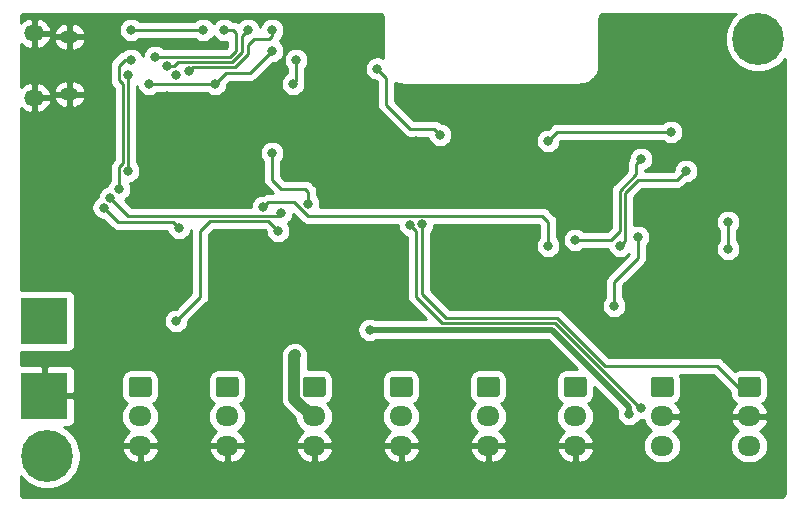
<source format=gbr>
G04 #@! TF.GenerationSoftware,KiCad,Pcbnew,5.1.5*
G04 #@! TF.CreationDate,2020-01-02T18:37:30+01:00*
G04 #@! TF.ProjectId,servodriver,73657276-6f64-4726-9976-65722e6b6963,rev?*
G04 #@! TF.SameCoordinates,Original*
G04 #@! TF.FileFunction,Copper,L2,Bot*
G04 #@! TF.FilePolarity,Positive*
%FSLAX46Y46*%
G04 Gerber Fmt 4.6, Leading zero omitted, Abs format (unit mm)*
G04 Created by KiCad (PCBNEW 5.1.5) date 2020-01-02 18:37:30*
%MOMM*%
%LPD*%
G04 APERTURE LIST*
%ADD10O,1.950000X1.700000*%
%ADD11C,0.100000*%
%ADD12C,0.700000*%
%ADD13C,4.400000*%
%ADD14O,1.700000X1.350000*%
%ADD15O,1.500000X1.100000*%
%ADD16R,4.000000X4.000000*%
%ADD17C,0.800000*%
%ADD18C,0.250000*%
%ADD19C,0.500000*%
%ADD20C,1.000000*%
%ADD21C,0.254000*%
G04 APERTURE END LIST*
D10*
X172974000Y-100250000D03*
X172974000Y-97750000D03*
G04 #@! TA.AperFunction,ComponentPad*
D11*
G36*
X173723504Y-94401204D02*
G01*
X173747773Y-94404804D01*
X173771571Y-94410765D01*
X173794671Y-94419030D01*
X173816849Y-94429520D01*
X173837893Y-94442133D01*
X173857598Y-94456747D01*
X173875777Y-94473223D01*
X173892253Y-94491402D01*
X173906867Y-94511107D01*
X173919480Y-94532151D01*
X173929970Y-94554329D01*
X173938235Y-94577429D01*
X173944196Y-94601227D01*
X173947796Y-94625496D01*
X173949000Y-94650000D01*
X173949000Y-95850000D01*
X173947796Y-95874504D01*
X173944196Y-95898773D01*
X173938235Y-95922571D01*
X173929970Y-95945671D01*
X173919480Y-95967849D01*
X173906867Y-95988893D01*
X173892253Y-96008598D01*
X173875777Y-96026777D01*
X173857598Y-96043253D01*
X173837893Y-96057867D01*
X173816849Y-96070480D01*
X173794671Y-96080970D01*
X173771571Y-96089235D01*
X173747773Y-96095196D01*
X173723504Y-96098796D01*
X173699000Y-96100000D01*
X172249000Y-96100000D01*
X172224496Y-96098796D01*
X172200227Y-96095196D01*
X172176429Y-96089235D01*
X172153329Y-96080970D01*
X172131151Y-96070480D01*
X172110107Y-96057867D01*
X172090402Y-96043253D01*
X172072223Y-96026777D01*
X172055747Y-96008598D01*
X172041133Y-95988893D01*
X172028520Y-95967849D01*
X172018030Y-95945671D01*
X172009765Y-95922571D01*
X172003804Y-95898773D01*
X172000204Y-95874504D01*
X171999000Y-95850000D01*
X171999000Y-94650000D01*
X172000204Y-94625496D01*
X172003804Y-94601227D01*
X172009765Y-94577429D01*
X172018030Y-94554329D01*
X172028520Y-94532151D01*
X172041133Y-94511107D01*
X172055747Y-94491402D01*
X172072223Y-94473223D01*
X172090402Y-94456747D01*
X172110107Y-94442133D01*
X172131151Y-94429520D01*
X172153329Y-94419030D01*
X172176429Y-94410765D01*
X172200227Y-94404804D01*
X172224496Y-94401204D01*
X172249000Y-94400000D01*
X173699000Y-94400000D01*
X173723504Y-94401204D01*
G37*
G04 #@! TD.AperFunction*
D12*
X122070726Y-99925274D03*
X120904000Y-99442000D03*
X119737274Y-99925274D03*
X119254000Y-101092000D03*
X119737274Y-102258726D03*
X120904000Y-102742000D03*
X122070726Y-102258726D03*
X122554000Y-101092000D03*
D13*
X120904000Y-101092000D03*
D12*
X182268726Y-64619274D03*
X181102000Y-64136000D03*
X179935274Y-64619274D03*
X179452000Y-65786000D03*
X179935274Y-66952726D03*
X181102000Y-67436000D03*
X182268726Y-66952726D03*
X182752000Y-65786000D03*
D13*
X181102000Y-65786000D03*
D14*
X119789000Y-70777000D03*
X119789000Y-65317000D03*
D15*
X122789000Y-70467000D03*
X122789000Y-65627000D03*
D10*
X165608000Y-100250000D03*
X165608000Y-97750000D03*
G04 #@! TA.AperFunction,ComponentPad*
D11*
G36*
X166357504Y-94401204D02*
G01*
X166381773Y-94404804D01*
X166405571Y-94410765D01*
X166428671Y-94419030D01*
X166450849Y-94429520D01*
X166471893Y-94442133D01*
X166491598Y-94456747D01*
X166509777Y-94473223D01*
X166526253Y-94491402D01*
X166540867Y-94511107D01*
X166553480Y-94532151D01*
X166563970Y-94554329D01*
X166572235Y-94577429D01*
X166578196Y-94601227D01*
X166581796Y-94625496D01*
X166583000Y-94650000D01*
X166583000Y-95850000D01*
X166581796Y-95874504D01*
X166578196Y-95898773D01*
X166572235Y-95922571D01*
X166563970Y-95945671D01*
X166553480Y-95967849D01*
X166540867Y-95988893D01*
X166526253Y-96008598D01*
X166509777Y-96026777D01*
X166491598Y-96043253D01*
X166471893Y-96057867D01*
X166450849Y-96070480D01*
X166428671Y-96080970D01*
X166405571Y-96089235D01*
X166381773Y-96095196D01*
X166357504Y-96098796D01*
X166333000Y-96100000D01*
X164883000Y-96100000D01*
X164858496Y-96098796D01*
X164834227Y-96095196D01*
X164810429Y-96089235D01*
X164787329Y-96080970D01*
X164765151Y-96070480D01*
X164744107Y-96057867D01*
X164724402Y-96043253D01*
X164706223Y-96026777D01*
X164689747Y-96008598D01*
X164675133Y-95988893D01*
X164662520Y-95967849D01*
X164652030Y-95945671D01*
X164643765Y-95922571D01*
X164637804Y-95898773D01*
X164634204Y-95874504D01*
X164633000Y-95850000D01*
X164633000Y-94650000D01*
X164634204Y-94625496D01*
X164637804Y-94601227D01*
X164643765Y-94577429D01*
X164652030Y-94554329D01*
X164662520Y-94532151D01*
X164675133Y-94511107D01*
X164689747Y-94491402D01*
X164706223Y-94473223D01*
X164724402Y-94456747D01*
X164744107Y-94442133D01*
X164765151Y-94429520D01*
X164787329Y-94419030D01*
X164810429Y-94410765D01*
X164834227Y-94404804D01*
X164858496Y-94401204D01*
X164883000Y-94400000D01*
X166333000Y-94400000D01*
X166357504Y-94401204D01*
G37*
G04 #@! TD.AperFunction*
D10*
X128778000Y-100250000D03*
X128778000Y-97750000D03*
G04 #@! TA.AperFunction,ComponentPad*
D11*
G36*
X129527504Y-94401204D02*
G01*
X129551773Y-94404804D01*
X129575571Y-94410765D01*
X129598671Y-94419030D01*
X129620849Y-94429520D01*
X129641893Y-94442133D01*
X129661598Y-94456747D01*
X129679777Y-94473223D01*
X129696253Y-94491402D01*
X129710867Y-94511107D01*
X129723480Y-94532151D01*
X129733970Y-94554329D01*
X129742235Y-94577429D01*
X129748196Y-94601227D01*
X129751796Y-94625496D01*
X129753000Y-94650000D01*
X129753000Y-95850000D01*
X129751796Y-95874504D01*
X129748196Y-95898773D01*
X129742235Y-95922571D01*
X129733970Y-95945671D01*
X129723480Y-95967849D01*
X129710867Y-95988893D01*
X129696253Y-96008598D01*
X129679777Y-96026777D01*
X129661598Y-96043253D01*
X129641893Y-96057867D01*
X129620849Y-96070480D01*
X129598671Y-96080970D01*
X129575571Y-96089235D01*
X129551773Y-96095196D01*
X129527504Y-96098796D01*
X129503000Y-96100000D01*
X128053000Y-96100000D01*
X128028496Y-96098796D01*
X128004227Y-96095196D01*
X127980429Y-96089235D01*
X127957329Y-96080970D01*
X127935151Y-96070480D01*
X127914107Y-96057867D01*
X127894402Y-96043253D01*
X127876223Y-96026777D01*
X127859747Y-96008598D01*
X127845133Y-95988893D01*
X127832520Y-95967849D01*
X127822030Y-95945671D01*
X127813765Y-95922571D01*
X127807804Y-95898773D01*
X127804204Y-95874504D01*
X127803000Y-95850000D01*
X127803000Y-94650000D01*
X127804204Y-94625496D01*
X127807804Y-94601227D01*
X127813765Y-94577429D01*
X127822030Y-94554329D01*
X127832520Y-94532151D01*
X127845133Y-94511107D01*
X127859747Y-94491402D01*
X127876223Y-94473223D01*
X127894402Y-94456747D01*
X127914107Y-94442133D01*
X127935151Y-94429520D01*
X127957329Y-94419030D01*
X127980429Y-94410765D01*
X128004227Y-94404804D01*
X128028496Y-94401204D01*
X128053000Y-94400000D01*
X129503000Y-94400000D01*
X129527504Y-94401204D01*
G37*
G04 #@! TD.AperFunction*
D10*
X143510000Y-100250000D03*
X143510000Y-97750000D03*
G04 #@! TA.AperFunction,ComponentPad*
D11*
G36*
X144259504Y-94401204D02*
G01*
X144283773Y-94404804D01*
X144307571Y-94410765D01*
X144330671Y-94419030D01*
X144352849Y-94429520D01*
X144373893Y-94442133D01*
X144393598Y-94456747D01*
X144411777Y-94473223D01*
X144428253Y-94491402D01*
X144442867Y-94511107D01*
X144455480Y-94532151D01*
X144465970Y-94554329D01*
X144474235Y-94577429D01*
X144480196Y-94601227D01*
X144483796Y-94625496D01*
X144485000Y-94650000D01*
X144485000Y-95850000D01*
X144483796Y-95874504D01*
X144480196Y-95898773D01*
X144474235Y-95922571D01*
X144465970Y-95945671D01*
X144455480Y-95967849D01*
X144442867Y-95988893D01*
X144428253Y-96008598D01*
X144411777Y-96026777D01*
X144393598Y-96043253D01*
X144373893Y-96057867D01*
X144352849Y-96070480D01*
X144330671Y-96080970D01*
X144307571Y-96089235D01*
X144283773Y-96095196D01*
X144259504Y-96098796D01*
X144235000Y-96100000D01*
X142785000Y-96100000D01*
X142760496Y-96098796D01*
X142736227Y-96095196D01*
X142712429Y-96089235D01*
X142689329Y-96080970D01*
X142667151Y-96070480D01*
X142646107Y-96057867D01*
X142626402Y-96043253D01*
X142608223Y-96026777D01*
X142591747Y-96008598D01*
X142577133Y-95988893D01*
X142564520Y-95967849D01*
X142554030Y-95945671D01*
X142545765Y-95922571D01*
X142539804Y-95898773D01*
X142536204Y-95874504D01*
X142535000Y-95850000D01*
X142535000Y-94650000D01*
X142536204Y-94625496D01*
X142539804Y-94601227D01*
X142545765Y-94577429D01*
X142554030Y-94554329D01*
X142564520Y-94532151D01*
X142577133Y-94511107D01*
X142591747Y-94491402D01*
X142608223Y-94473223D01*
X142626402Y-94456747D01*
X142646107Y-94442133D01*
X142667151Y-94429520D01*
X142689329Y-94419030D01*
X142712429Y-94410765D01*
X142736227Y-94404804D01*
X142760496Y-94401204D01*
X142785000Y-94400000D01*
X144235000Y-94400000D01*
X144259504Y-94401204D01*
G37*
G04 #@! TD.AperFunction*
D10*
X136144000Y-100250000D03*
X136144000Y-97750000D03*
G04 #@! TA.AperFunction,ComponentPad*
D11*
G36*
X136893504Y-94401204D02*
G01*
X136917773Y-94404804D01*
X136941571Y-94410765D01*
X136964671Y-94419030D01*
X136986849Y-94429520D01*
X137007893Y-94442133D01*
X137027598Y-94456747D01*
X137045777Y-94473223D01*
X137062253Y-94491402D01*
X137076867Y-94511107D01*
X137089480Y-94532151D01*
X137099970Y-94554329D01*
X137108235Y-94577429D01*
X137114196Y-94601227D01*
X137117796Y-94625496D01*
X137119000Y-94650000D01*
X137119000Y-95850000D01*
X137117796Y-95874504D01*
X137114196Y-95898773D01*
X137108235Y-95922571D01*
X137099970Y-95945671D01*
X137089480Y-95967849D01*
X137076867Y-95988893D01*
X137062253Y-96008598D01*
X137045777Y-96026777D01*
X137027598Y-96043253D01*
X137007893Y-96057867D01*
X136986849Y-96070480D01*
X136964671Y-96080970D01*
X136941571Y-96089235D01*
X136917773Y-96095196D01*
X136893504Y-96098796D01*
X136869000Y-96100000D01*
X135419000Y-96100000D01*
X135394496Y-96098796D01*
X135370227Y-96095196D01*
X135346429Y-96089235D01*
X135323329Y-96080970D01*
X135301151Y-96070480D01*
X135280107Y-96057867D01*
X135260402Y-96043253D01*
X135242223Y-96026777D01*
X135225747Y-96008598D01*
X135211133Y-95988893D01*
X135198520Y-95967849D01*
X135188030Y-95945671D01*
X135179765Y-95922571D01*
X135173804Y-95898773D01*
X135170204Y-95874504D01*
X135169000Y-95850000D01*
X135169000Y-94650000D01*
X135170204Y-94625496D01*
X135173804Y-94601227D01*
X135179765Y-94577429D01*
X135188030Y-94554329D01*
X135198520Y-94532151D01*
X135211133Y-94511107D01*
X135225747Y-94491402D01*
X135242223Y-94473223D01*
X135260402Y-94456747D01*
X135280107Y-94442133D01*
X135301151Y-94429520D01*
X135323329Y-94419030D01*
X135346429Y-94410765D01*
X135370227Y-94404804D01*
X135394496Y-94401204D01*
X135419000Y-94400000D01*
X136869000Y-94400000D01*
X136893504Y-94401204D01*
G37*
G04 #@! TD.AperFunction*
D10*
X158242000Y-100250000D03*
X158242000Y-97750000D03*
G04 #@! TA.AperFunction,ComponentPad*
D11*
G36*
X158991504Y-94401204D02*
G01*
X159015773Y-94404804D01*
X159039571Y-94410765D01*
X159062671Y-94419030D01*
X159084849Y-94429520D01*
X159105893Y-94442133D01*
X159125598Y-94456747D01*
X159143777Y-94473223D01*
X159160253Y-94491402D01*
X159174867Y-94511107D01*
X159187480Y-94532151D01*
X159197970Y-94554329D01*
X159206235Y-94577429D01*
X159212196Y-94601227D01*
X159215796Y-94625496D01*
X159217000Y-94650000D01*
X159217000Y-95850000D01*
X159215796Y-95874504D01*
X159212196Y-95898773D01*
X159206235Y-95922571D01*
X159197970Y-95945671D01*
X159187480Y-95967849D01*
X159174867Y-95988893D01*
X159160253Y-96008598D01*
X159143777Y-96026777D01*
X159125598Y-96043253D01*
X159105893Y-96057867D01*
X159084849Y-96070480D01*
X159062671Y-96080970D01*
X159039571Y-96089235D01*
X159015773Y-96095196D01*
X158991504Y-96098796D01*
X158967000Y-96100000D01*
X157517000Y-96100000D01*
X157492496Y-96098796D01*
X157468227Y-96095196D01*
X157444429Y-96089235D01*
X157421329Y-96080970D01*
X157399151Y-96070480D01*
X157378107Y-96057867D01*
X157358402Y-96043253D01*
X157340223Y-96026777D01*
X157323747Y-96008598D01*
X157309133Y-95988893D01*
X157296520Y-95967849D01*
X157286030Y-95945671D01*
X157277765Y-95922571D01*
X157271804Y-95898773D01*
X157268204Y-95874504D01*
X157267000Y-95850000D01*
X157267000Y-94650000D01*
X157268204Y-94625496D01*
X157271804Y-94601227D01*
X157277765Y-94577429D01*
X157286030Y-94554329D01*
X157296520Y-94532151D01*
X157309133Y-94511107D01*
X157323747Y-94491402D01*
X157340223Y-94473223D01*
X157358402Y-94456747D01*
X157378107Y-94442133D01*
X157399151Y-94429520D01*
X157421329Y-94419030D01*
X157444429Y-94410765D01*
X157468227Y-94404804D01*
X157492496Y-94401204D01*
X157517000Y-94400000D01*
X158967000Y-94400000D01*
X158991504Y-94401204D01*
G37*
G04 #@! TD.AperFunction*
D10*
X180340000Y-100250000D03*
X180340000Y-97750000D03*
G04 #@! TA.AperFunction,ComponentPad*
D11*
G36*
X181089504Y-94401204D02*
G01*
X181113773Y-94404804D01*
X181137571Y-94410765D01*
X181160671Y-94419030D01*
X181182849Y-94429520D01*
X181203893Y-94442133D01*
X181223598Y-94456747D01*
X181241777Y-94473223D01*
X181258253Y-94491402D01*
X181272867Y-94511107D01*
X181285480Y-94532151D01*
X181295970Y-94554329D01*
X181304235Y-94577429D01*
X181310196Y-94601227D01*
X181313796Y-94625496D01*
X181315000Y-94650000D01*
X181315000Y-95850000D01*
X181313796Y-95874504D01*
X181310196Y-95898773D01*
X181304235Y-95922571D01*
X181295970Y-95945671D01*
X181285480Y-95967849D01*
X181272867Y-95988893D01*
X181258253Y-96008598D01*
X181241777Y-96026777D01*
X181223598Y-96043253D01*
X181203893Y-96057867D01*
X181182849Y-96070480D01*
X181160671Y-96080970D01*
X181137571Y-96089235D01*
X181113773Y-96095196D01*
X181089504Y-96098796D01*
X181065000Y-96100000D01*
X179615000Y-96100000D01*
X179590496Y-96098796D01*
X179566227Y-96095196D01*
X179542429Y-96089235D01*
X179519329Y-96080970D01*
X179497151Y-96070480D01*
X179476107Y-96057867D01*
X179456402Y-96043253D01*
X179438223Y-96026777D01*
X179421747Y-96008598D01*
X179407133Y-95988893D01*
X179394520Y-95967849D01*
X179384030Y-95945671D01*
X179375765Y-95922571D01*
X179369804Y-95898773D01*
X179366204Y-95874504D01*
X179365000Y-95850000D01*
X179365000Y-94650000D01*
X179366204Y-94625496D01*
X179369804Y-94601227D01*
X179375765Y-94577429D01*
X179384030Y-94554329D01*
X179394520Y-94532151D01*
X179407133Y-94511107D01*
X179421747Y-94491402D01*
X179438223Y-94473223D01*
X179456402Y-94456747D01*
X179476107Y-94442133D01*
X179497151Y-94429520D01*
X179519329Y-94419030D01*
X179542429Y-94410765D01*
X179566227Y-94404804D01*
X179590496Y-94401204D01*
X179615000Y-94400000D01*
X181065000Y-94400000D01*
X181089504Y-94401204D01*
G37*
G04 #@! TD.AperFunction*
D10*
X150876000Y-100250000D03*
X150876000Y-97750000D03*
G04 #@! TA.AperFunction,ComponentPad*
D11*
G36*
X151625504Y-94401204D02*
G01*
X151649773Y-94404804D01*
X151673571Y-94410765D01*
X151696671Y-94419030D01*
X151718849Y-94429520D01*
X151739893Y-94442133D01*
X151759598Y-94456747D01*
X151777777Y-94473223D01*
X151794253Y-94491402D01*
X151808867Y-94511107D01*
X151821480Y-94532151D01*
X151831970Y-94554329D01*
X151840235Y-94577429D01*
X151846196Y-94601227D01*
X151849796Y-94625496D01*
X151851000Y-94650000D01*
X151851000Y-95850000D01*
X151849796Y-95874504D01*
X151846196Y-95898773D01*
X151840235Y-95922571D01*
X151831970Y-95945671D01*
X151821480Y-95967849D01*
X151808867Y-95988893D01*
X151794253Y-96008598D01*
X151777777Y-96026777D01*
X151759598Y-96043253D01*
X151739893Y-96057867D01*
X151718849Y-96070480D01*
X151696671Y-96080970D01*
X151673571Y-96089235D01*
X151649773Y-96095196D01*
X151625504Y-96098796D01*
X151601000Y-96100000D01*
X150151000Y-96100000D01*
X150126496Y-96098796D01*
X150102227Y-96095196D01*
X150078429Y-96089235D01*
X150055329Y-96080970D01*
X150033151Y-96070480D01*
X150012107Y-96057867D01*
X149992402Y-96043253D01*
X149974223Y-96026777D01*
X149957747Y-96008598D01*
X149943133Y-95988893D01*
X149930520Y-95967849D01*
X149920030Y-95945671D01*
X149911765Y-95922571D01*
X149905804Y-95898773D01*
X149902204Y-95874504D01*
X149901000Y-95850000D01*
X149901000Y-94650000D01*
X149902204Y-94625496D01*
X149905804Y-94601227D01*
X149911765Y-94577429D01*
X149920030Y-94554329D01*
X149930520Y-94532151D01*
X149943133Y-94511107D01*
X149957747Y-94491402D01*
X149974223Y-94473223D01*
X149992402Y-94456747D01*
X150012107Y-94442133D01*
X150033151Y-94429520D01*
X150055329Y-94419030D01*
X150078429Y-94410765D01*
X150102227Y-94404804D01*
X150126496Y-94401204D01*
X150151000Y-94400000D01*
X151601000Y-94400000D01*
X151625504Y-94401204D01*
G37*
G04 #@! TD.AperFunction*
D16*
X120650000Y-96012000D03*
X120650000Y-89662000D03*
D17*
X124968000Y-66040000D03*
X124968000Y-65024000D03*
X124968000Y-64008000D03*
X125730000Y-70104000D03*
X125730000Y-71120000D03*
X124714000Y-71120000D03*
X124714000Y-70104000D03*
X179578000Y-86106000D03*
X180594000Y-86106000D03*
X181610000Y-86106000D03*
X173736000Y-85090000D03*
X174752000Y-85090000D03*
X175514000Y-75184000D03*
X176530000Y-75184000D03*
X177546000Y-75184000D03*
X131826000Y-68834000D03*
X131064000Y-70612000D03*
X132334000Y-73406000D03*
X132334000Y-74422000D03*
X132334000Y-75438000D03*
X140208000Y-69850000D03*
X140208000Y-72644000D03*
X141224000Y-72644000D03*
X141224000Y-73660000D03*
X152146000Y-74422000D03*
X152146000Y-75438000D03*
X152146000Y-76454000D03*
X136906000Y-88392000D03*
X136906000Y-87376000D03*
X136906000Y-86360000D03*
X152908000Y-91694000D03*
X153924000Y-91694000D03*
X154940000Y-91694000D03*
X124079000Y-84582000D03*
X123063000Y-84582000D03*
X123063000Y-83566000D03*
X124079000Y-83566000D03*
X130683000Y-86360000D03*
X130937000Y-87249000D03*
X131191000Y-88138000D03*
X128778000Y-92837000D03*
X129794000Y-92837000D03*
X130810000Y-92837000D03*
X134239000Y-92837000D03*
X133223000Y-92837000D03*
X132207000Y-92837000D03*
X145415000Y-92329000D03*
X144526000Y-92329000D03*
X143637000Y-92329000D03*
X146304000Y-92329000D03*
X168910000Y-88392000D03*
X170905000Y-82550000D03*
X126238000Y-79248000D03*
X140716000Y-80518000D03*
X129540000Y-69596000D03*
X135128000Y-69596000D03*
X139954000Y-66802000D03*
X125683299Y-80080051D03*
X132080000Y-81788000D03*
X163322000Y-74422000D03*
X173736000Y-73660000D03*
X170180000Y-97536000D03*
X148209000Y-90424000D03*
X140462000Y-82042000D03*
X131826000Y-89662000D03*
X141859000Y-92583000D03*
X128016000Y-65024000D03*
X134112000Y-65024000D03*
X130048000Y-67310000D03*
X135890000Y-65024000D03*
X131064000Y-68072000D03*
X137922000Y-65024000D03*
X139954000Y-65024000D03*
X132933180Y-68485010D03*
X178562000Y-83566000D03*
X178562000Y-81280000D03*
X141986000Y-67564000D03*
X141732000Y-69596000D03*
X169418000Y-83312000D03*
X175006000Y-76962000D03*
X165608000Y-82804000D03*
X171196000Y-75946000D03*
X148848653Y-68321347D03*
X154178000Y-73914000D03*
X139192000Y-80010000D03*
X163322000Y-83312000D03*
X139954000Y-75438000D03*
X143002000Y-79756000D03*
X127762000Y-68834000D03*
X127762000Y-76962000D03*
X128016000Y-67564000D03*
X127000000Y-78486000D03*
X152654000Y-81497000D03*
X171196000Y-97028000D03*
X151638000Y-81534000D03*
D18*
X168910000Y-88392000D02*
X168910000Y-86360000D01*
X168910000Y-86360000D02*
X170905000Y-84365000D01*
X170905000Y-84365000D02*
X170905000Y-82550000D01*
X126238000Y-79248000D02*
X127762000Y-80772000D01*
X127762000Y-80772000D02*
X140462000Y-80772000D01*
X140462000Y-80772000D02*
X140716000Y-80518000D01*
X129540000Y-69596000D02*
X135128000Y-69596000D01*
X135128000Y-69596000D02*
X136063972Y-68660028D01*
X136063972Y-68660028D02*
X136957203Y-68660027D01*
X136957203Y-68660027D02*
X138095973Y-68660027D01*
X138095973Y-68660027D02*
X139954000Y-66802000D01*
X125683299Y-80080051D02*
X126883248Y-81280000D01*
X126883248Y-81280000D02*
X131572000Y-81280000D01*
X131572000Y-81280000D02*
X132080000Y-81788000D01*
X163322000Y-74422000D02*
X164084000Y-73660000D01*
X164084000Y-73660000D02*
X173736000Y-73660000D01*
D19*
X170180000Y-96970315D02*
X163633685Y-90424000D01*
X170180000Y-97536000D02*
X170180000Y-96970315D01*
X163633685Y-90424000D02*
X148209000Y-90424000D01*
D18*
X140462000Y-82042000D02*
X139642010Y-81222010D01*
X139642010Y-81222010D02*
X134677990Y-81222010D01*
X134677990Y-81222010D02*
X133858000Y-82042000D01*
X133858000Y-82042000D02*
X133858000Y-87630000D01*
X133858000Y-87630000D02*
X131826000Y-89662000D01*
D20*
X141834990Y-92607010D02*
X141859000Y-92583000D01*
X141834990Y-96243510D02*
X141834990Y-92607010D01*
X143510000Y-97750000D02*
X143341480Y-97750000D01*
X143341480Y-97750000D02*
X141834990Y-96243510D01*
D18*
X128016000Y-65024000D02*
X134112000Y-65024000D01*
X130048000Y-67310000D02*
X136398000Y-67310000D01*
X136398000Y-67310000D02*
X136906000Y-66802000D01*
X136906000Y-66802000D02*
X136906000Y-65278000D01*
X136906000Y-65278000D02*
X136646188Y-65018188D01*
X136646188Y-65018188D02*
X136398000Y-65024000D01*
X135890000Y-65024000D02*
X136398000Y-65024000D01*
X136398000Y-65024000D02*
X136138106Y-65018188D01*
X137922000Y-65024000D02*
X138155131Y-64999705D01*
X137414000Y-65532000D02*
X137922000Y-65024000D01*
X131629685Y-68072000D02*
X131941675Y-67760010D01*
X131064000Y-68072000D02*
X131629685Y-68072000D01*
X131941675Y-67760010D02*
X136584401Y-67760009D01*
X136584401Y-67760009D02*
X137414000Y-66930410D01*
X137414000Y-66930410D02*
X137414000Y-65532000D01*
X132933180Y-68485010D02*
X133208172Y-68210018D01*
X133208172Y-68210018D02*
X136770802Y-68210018D01*
X136770802Y-68210018D02*
X137922000Y-67058820D01*
X137922000Y-67058820D02*
X137922000Y-66294000D01*
X137922000Y-66294000D02*
X138430000Y-65786000D01*
X138430000Y-65786000D02*
X139700000Y-65786000D01*
X139700000Y-65786000D02*
X139954000Y-65532000D01*
X139954000Y-65532000D02*
X139954000Y-65024000D01*
X178562000Y-83566000D02*
X178562000Y-81280000D01*
X141986000Y-67564000D02*
X141986000Y-69342000D01*
X141986000Y-69342000D02*
X141732000Y-69596000D01*
X169817999Y-82912001D02*
X169817999Y-78848001D01*
X169418000Y-83312000D02*
X169817999Y-82912001D01*
X169817999Y-78848001D02*
X170942000Y-77724000D01*
X170942000Y-77724000D02*
X174244000Y-77724000D01*
X174244000Y-77724000D02*
X175006000Y-76962000D01*
X165608000Y-82804000D02*
X168656000Y-82804000D01*
X168656000Y-82804000D02*
X169367989Y-82092011D01*
X169367990Y-78661600D02*
X170755599Y-77273991D01*
X169367989Y-82092011D02*
X169367990Y-78661600D01*
X170755599Y-77273991D02*
X170755599Y-76386401D01*
X170755599Y-76386401D02*
X171196000Y-75946000D01*
X148848653Y-68321347D02*
X149606000Y-69078694D01*
X149606000Y-69078694D02*
X149606000Y-71374000D01*
X149606000Y-71374000D02*
X151638000Y-73406000D01*
X151638000Y-73406000D02*
X153670000Y-73406000D01*
X153670000Y-73406000D02*
X154178000Y-73914000D01*
X141782999Y-79610001D02*
X142944998Y-80772000D01*
X139192000Y-80010000D02*
X139591999Y-79610001D01*
X139591999Y-79610001D02*
X141782999Y-79610001D01*
X142944998Y-80772000D02*
X162814000Y-80772000D01*
X162814000Y-80772000D02*
X163322000Y-81280000D01*
X163322000Y-81280000D02*
X163322000Y-83312000D01*
X139954000Y-75438000D02*
X139954000Y-77724000D01*
X139954000Y-77724000D02*
X140716000Y-78486000D01*
X140716000Y-78486000D02*
X142240000Y-78486000D01*
X142240000Y-78486000D02*
X142748000Y-78486000D01*
X142748000Y-78486000D02*
X143002000Y-78740000D01*
X143002000Y-78740000D02*
X143002000Y-79756000D01*
X127762000Y-68834000D02*
X127762000Y-76962000D01*
X127450315Y-67564000D02*
X126942315Y-68072000D01*
X128016000Y-67564000D02*
X127450315Y-67564000D01*
X126942315Y-69284315D02*
X127311990Y-69653990D01*
X126942315Y-68072000D02*
X126942315Y-69284315D01*
X127311990Y-69653990D02*
X127311990Y-74676000D01*
X127311990Y-76339008D02*
X127000000Y-76650998D01*
X127311990Y-74676000D02*
X127311990Y-76339008D01*
X127000000Y-76650998D02*
X127000000Y-78486000D01*
X179365000Y-95250000D02*
X177587000Y-93472000D01*
X180340000Y-95250000D02*
X179365000Y-95250000D01*
X177587000Y-93472000D02*
X168148000Y-93472000D01*
X168148000Y-93472000D02*
X164074980Y-89398980D01*
X164074980Y-89398980D02*
X154676980Y-89398980D01*
X154676980Y-89398980D02*
X152654000Y-87376000D01*
X152654000Y-87376000D02*
X152654000Y-81497000D01*
X171196000Y-97173129D02*
X163871861Y-89848990D01*
X171196000Y-97028000D02*
X171196000Y-97173129D01*
X163871861Y-89848990D02*
X154364990Y-89848990D01*
X154364990Y-89848990D02*
X152146000Y-87630000D01*
X152146000Y-87630000D02*
X152146000Y-82042000D01*
X152146000Y-82042000D02*
X151638000Y-81534000D01*
D21*
G36*
X149065424Y-63669580D02*
G01*
X149128356Y-63688580D01*
X149186405Y-63719445D01*
X149237343Y-63760989D01*
X149279248Y-63811644D01*
X149310515Y-63869471D01*
X149329956Y-63932272D01*
X149340001Y-64027845D01*
X149340000Y-67404871D01*
X149338909Y-67404142D01*
X149150551Y-67326121D01*
X148950592Y-67286347D01*
X148746714Y-67286347D01*
X148546755Y-67326121D01*
X148358397Y-67404142D01*
X148188879Y-67517410D01*
X148044716Y-67661573D01*
X147931448Y-67831091D01*
X147853427Y-68019449D01*
X147813653Y-68219408D01*
X147813653Y-68423286D01*
X147853427Y-68623245D01*
X147931448Y-68811603D01*
X148044716Y-68981121D01*
X148188879Y-69125284D01*
X148358397Y-69238552D01*
X148546755Y-69316573D01*
X148746714Y-69356347D01*
X148808851Y-69356347D01*
X148846000Y-69393497D01*
X148846001Y-71336668D01*
X148842324Y-71374000D01*
X148846001Y-71411333D01*
X148856591Y-71518848D01*
X148856998Y-71522985D01*
X148900454Y-71666246D01*
X148971026Y-71798276D01*
X149042201Y-71885002D01*
X149066000Y-71914001D01*
X149094998Y-71937799D01*
X151074200Y-73917002D01*
X151097999Y-73946001D01*
X151126997Y-73969799D01*
X151213723Y-74040974D01*
X151294735Y-74084276D01*
X151345753Y-74111546D01*
X151489014Y-74155003D01*
X151600667Y-74166000D01*
X151600677Y-74166000D01*
X151638000Y-74169676D01*
X151675323Y-74166000D01*
X153172849Y-74166000D01*
X153182774Y-74215898D01*
X153260795Y-74404256D01*
X153374063Y-74573774D01*
X153518226Y-74717937D01*
X153687744Y-74831205D01*
X153876102Y-74909226D01*
X154076061Y-74949000D01*
X154279939Y-74949000D01*
X154479898Y-74909226D01*
X154668256Y-74831205D01*
X154837774Y-74717937D01*
X154981937Y-74573774D01*
X155095205Y-74404256D01*
X155130079Y-74320061D01*
X162287000Y-74320061D01*
X162287000Y-74523939D01*
X162326774Y-74723898D01*
X162404795Y-74912256D01*
X162518063Y-75081774D01*
X162662226Y-75225937D01*
X162831744Y-75339205D01*
X163020102Y-75417226D01*
X163220061Y-75457000D01*
X163423939Y-75457000D01*
X163623898Y-75417226D01*
X163812256Y-75339205D01*
X163981774Y-75225937D01*
X164125937Y-75081774D01*
X164239205Y-74912256D01*
X164317226Y-74723898D01*
X164357000Y-74523939D01*
X164357000Y-74461802D01*
X164398802Y-74420000D01*
X173032289Y-74420000D01*
X173076226Y-74463937D01*
X173245744Y-74577205D01*
X173434102Y-74655226D01*
X173634061Y-74695000D01*
X173837939Y-74695000D01*
X174037898Y-74655226D01*
X174226256Y-74577205D01*
X174395774Y-74463937D01*
X174539937Y-74319774D01*
X174653205Y-74150256D01*
X174731226Y-73961898D01*
X174771000Y-73761939D01*
X174771000Y-73558061D01*
X174731226Y-73358102D01*
X174653205Y-73169744D01*
X174539937Y-73000226D01*
X174395774Y-72856063D01*
X174226256Y-72742795D01*
X174037898Y-72664774D01*
X173837939Y-72625000D01*
X173634061Y-72625000D01*
X173434102Y-72664774D01*
X173245744Y-72742795D01*
X173076226Y-72856063D01*
X173032289Y-72900000D01*
X164121325Y-72900000D01*
X164084000Y-72896324D01*
X164046675Y-72900000D01*
X164046667Y-72900000D01*
X163935014Y-72910997D01*
X163791753Y-72954454D01*
X163659724Y-73025026D01*
X163543999Y-73119999D01*
X163520201Y-73148998D01*
X163282198Y-73387000D01*
X163220061Y-73387000D01*
X163020102Y-73426774D01*
X162831744Y-73504795D01*
X162662226Y-73618063D01*
X162518063Y-73762226D01*
X162404795Y-73931744D01*
X162326774Y-74120102D01*
X162287000Y-74320061D01*
X155130079Y-74320061D01*
X155173226Y-74215898D01*
X155213000Y-74015939D01*
X155213000Y-73812061D01*
X155173226Y-73612102D01*
X155095205Y-73423744D01*
X154981937Y-73254226D01*
X154837774Y-73110063D01*
X154668256Y-72996795D01*
X154479898Y-72918774D01*
X154279939Y-72879000D01*
X154220671Y-72879000D01*
X154210001Y-72865999D01*
X154094276Y-72771026D01*
X153962247Y-72700454D01*
X153818986Y-72656997D01*
X153707333Y-72646000D01*
X153707322Y-72646000D01*
X153670000Y-72642324D01*
X153632678Y-72646000D01*
X151952802Y-72646000D01*
X150366000Y-71059199D01*
X150366000Y-69530779D01*
X150419366Y-69553652D01*
X150428169Y-69556377D01*
X150615006Y-69612786D01*
X150673686Y-69624405D01*
X150732196Y-69636842D01*
X150741361Y-69637805D01*
X150935594Y-69656850D01*
X150935598Y-69656850D01*
X150967581Y-69660000D01*
X166032419Y-69660000D01*
X166060674Y-69657217D01*
X166066801Y-69657260D01*
X166075972Y-69656360D01*
X166270069Y-69635959D01*
X166328658Y-69623932D01*
X166387423Y-69612723D01*
X166396245Y-69610059D01*
X166582683Y-69552347D01*
X166637838Y-69529162D01*
X166693291Y-69506758D01*
X166701427Y-69502432D01*
X166873104Y-69409607D01*
X166922699Y-69376154D01*
X166972753Y-69343400D01*
X166979894Y-69337576D01*
X167130272Y-69213172D01*
X167172411Y-69170737D01*
X167215161Y-69128874D01*
X167221034Y-69121773D01*
X167344384Y-68970531D01*
X167377477Y-68920723D01*
X167411284Y-68871349D01*
X167415667Y-68863243D01*
X167507292Y-68690920D01*
X167530090Y-68635608D01*
X167553652Y-68580634D01*
X167556377Y-68571831D01*
X167612786Y-68384994D01*
X167624405Y-68326314D01*
X167636842Y-68267804D01*
X167637805Y-68258639D01*
X167656850Y-68064406D01*
X167656850Y-68064402D01*
X167660000Y-68032419D01*
X167660000Y-64032279D01*
X167669580Y-63934576D01*
X167688580Y-63871644D01*
X167719445Y-63813595D01*
X167760989Y-63762657D01*
X167811644Y-63720752D01*
X167869471Y-63689485D01*
X167932272Y-63670044D01*
X168027835Y-63660000D01*
X179218705Y-63660000D01*
X178899912Y-63978793D01*
X178589656Y-64443124D01*
X178375948Y-64959061D01*
X178267000Y-65506777D01*
X178267000Y-66065223D01*
X178375948Y-66612939D01*
X178589656Y-67128876D01*
X178899912Y-67593207D01*
X179294793Y-67988088D01*
X179759124Y-68298344D01*
X180275061Y-68512052D01*
X180822777Y-68621000D01*
X181381223Y-68621000D01*
X181928939Y-68512052D01*
X182444876Y-68298344D01*
X182909207Y-67988088D01*
X183304088Y-67593207D01*
X183340001Y-67539460D01*
X183340000Y-104237721D01*
X183330420Y-104335424D01*
X183311420Y-104398357D01*
X183280554Y-104456406D01*
X183239011Y-104507343D01*
X183188356Y-104549248D01*
X183130529Y-104580515D01*
X183067728Y-104599956D01*
X182972165Y-104610000D01*
X119032279Y-104610000D01*
X118934576Y-104600420D01*
X118871643Y-104581420D01*
X118813594Y-104550554D01*
X118762657Y-104509011D01*
X118720752Y-104458356D01*
X118689485Y-104400529D01*
X118670044Y-104337728D01*
X118660000Y-104242165D01*
X118660000Y-102836481D01*
X118701912Y-102899207D01*
X119096793Y-103294088D01*
X119561124Y-103604344D01*
X120077061Y-103818052D01*
X120624777Y-103927000D01*
X121183223Y-103927000D01*
X121730939Y-103818052D01*
X122246876Y-103604344D01*
X122711207Y-103294088D01*
X123106088Y-102899207D01*
X123416344Y-102434876D01*
X123630052Y-101918939D01*
X123739000Y-101371223D01*
X123739000Y-100812777D01*
X123698047Y-100606890D01*
X127211524Y-100606890D01*
X127303648Y-100869858D01*
X127450504Y-101121193D01*
X127643571Y-101339049D01*
X127875430Y-101515053D01*
X128137170Y-101642442D01*
X128418733Y-101716320D01*
X128651000Y-101576165D01*
X128651000Y-100377000D01*
X128905000Y-100377000D01*
X128905000Y-101576165D01*
X129137267Y-101716320D01*
X129418830Y-101642442D01*
X129680570Y-101515053D01*
X129912429Y-101339049D01*
X130105496Y-101121193D01*
X130252352Y-100869858D01*
X130344476Y-100606890D01*
X134577524Y-100606890D01*
X134669648Y-100869858D01*
X134816504Y-101121193D01*
X135009571Y-101339049D01*
X135241430Y-101515053D01*
X135503170Y-101642442D01*
X135784733Y-101716320D01*
X136017000Y-101576165D01*
X136017000Y-100377000D01*
X136271000Y-100377000D01*
X136271000Y-101576165D01*
X136503267Y-101716320D01*
X136784830Y-101642442D01*
X137046570Y-101515053D01*
X137278429Y-101339049D01*
X137471496Y-101121193D01*
X137618352Y-100869858D01*
X137710476Y-100606890D01*
X141943524Y-100606890D01*
X142035648Y-100869858D01*
X142182504Y-101121193D01*
X142375571Y-101339049D01*
X142607430Y-101515053D01*
X142869170Y-101642442D01*
X143150733Y-101716320D01*
X143383000Y-101576165D01*
X143383000Y-100377000D01*
X143637000Y-100377000D01*
X143637000Y-101576165D01*
X143869267Y-101716320D01*
X144150830Y-101642442D01*
X144412570Y-101515053D01*
X144644429Y-101339049D01*
X144837496Y-101121193D01*
X144984352Y-100869858D01*
X145076476Y-100606890D01*
X149309524Y-100606890D01*
X149401648Y-100869858D01*
X149548504Y-101121193D01*
X149741571Y-101339049D01*
X149973430Y-101515053D01*
X150235170Y-101642442D01*
X150516733Y-101716320D01*
X150749000Y-101576165D01*
X150749000Y-100377000D01*
X151003000Y-100377000D01*
X151003000Y-101576165D01*
X151235267Y-101716320D01*
X151516830Y-101642442D01*
X151778570Y-101515053D01*
X152010429Y-101339049D01*
X152203496Y-101121193D01*
X152350352Y-100869858D01*
X152442476Y-100606890D01*
X156675524Y-100606890D01*
X156767648Y-100869858D01*
X156914504Y-101121193D01*
X157107571Y-101339049D01*
X157339430Y-101515053D01*
X157601170Y-101642442D01*
X157882733Y-101716320D01*
X158115000Y-101576165D01*
X158115000Y-100377000D01*
X158369000Y-100377000D01*
X158369000Y-101576165D01*
X158601267Y-101716320D01*
X158882830Y-101642442D01*
X159144570Y-101515053D01*
X159376429Y-101339049D01*
X159569496Y-101121193D01*
X159716352Y-100869858D01*
X159808476Y-100606890D01*
X164041524Y-100606890D01*
X164133648Y-100869858D01*
X164280504Y-101121193D01*
X164473571Y-101339049D01*
X164705430Y-101515053D01*
X164967170Y-101642442D01*
X165248733Y-101716320D01*
X165481000Y-101576165D01*
X165481000Y-100377000D01*
X165735000Y-100377000D01*
X165735000Y-101576165D01*
X165967267Y-101716320D01*
X166248830Y-101642442D01*
X166510570Y-101515053D01*
X166742429Y-101339049D01*
X166935496Y-101121193D01*
X167082352Y-100869858D01*
X167174476Y-100606890D01*
X167053155Y-100377000D01*
X165735000Y-100377000D01*
X165481000Y-100377000D01*
X164162845Y-100377000D01*
X164041524Y-100606890D01*
X159808476Y-100606890D01*
X159687155Y-100377000D01*
X158369000Y-100377000D01*
X158115000Y-100377000D01*
X156796845Y-100377000D01*
X156675524Y-100606890D01*
X152442476Y-100606890D01*
X152321155Y-100377000D01*
X151003000Y-100377000D01*
X150749000Y-100377000D01*
X149430845Y-100377000D01*
X149309524Y-100606890D01*
X145076476Y-100606890D01*
X144955155Y-100377000D01*
X143637000Y-100377000D01*
X143383000Y-100377000D01*
X142064845Y-100377000D01*
X141943524Y-100606890D01*
X137710476Y-100606890D01*
X137589155Y-100377000D01*
X136271000Y-100377000D01*
X136017000Y-100377000D01*
X134698845Y-100377000D01*
X134577524Y-100606890D01*
X130344476Y-100606890D01*
X130223155Y-100377000D01*
X128905000Y-100377000D01*
X128651000Y-100377000D01*
X127332845Y-100377000D01*
X127211524Y-100606890D01*
X123698047Y-100606890D01*
X123630052Y-100265061D01*
X123416344Y-99749124D01*
X123106088Y-99284793D01*
X122711207Y-98889912D01*
X122351460Y-98649537D01*
X122650000Y-98650072D01*
X122774482Y-98637812D01*
X122894180Y-98601502D01*
X123004494Y-98542537D01*
X123101185Y-98463185D01*
X123180537Y-98366494D01*
X123239502Y-98256180D01*
X123275812Y-98136482D01*
X123288072Y-98012000D01*
X123287603Y-97750000D01*
X127160815Y-97750000D01*
X127189487Y-98041111D01*
X127274401Y-98321034D01*
X127412294Y-98579014D01*
X127597866Y-98805134D01*
X127823986Y-98990706D01*
X127849722Y-99004462D01*
X127643571Y-99160951D01*
X127450504Y-99378807D01*
X127303648Y-99630142D01*
X127211524Y-99893110D01*
X127332845Y-100123000D01*
X128651000Y-100123000D01*
X128651000Y-100103000D01*
X128905000Y-100103000D01*
X128905000Y-100123000D01*
X130223155Y-100123000D01*
X130344476Y-99893110D01*
X130252352Y-99630142D01*
X130105496Y-99378807D01*
X129912429Y-99160951D01*
X129706278Y-99004462D01*
X129732014Y-98990706D01*
X129958134Y-98805134D01*
X130143706Y-98579014D01*
X130281599Y-98321034D01*
X130366513Y-98041111D01*
X130395185Y-97750000D01*
X134526815Y-97750000D01*
X134555487Y-98041111D01*
X134640401Y-98321034D01*
X134778294Y-98579014D01*
X134963866Y-98805134D01*
X135189986Y-98990706D01*
X135215722Y-99004462D01*
X135009571Y-99160951D01*
X134816504Y-99378807D01*
X134669648Y-99630142D01*
X134577524Y-99893110D01*
X134698845Y-100123000D01*
X136017000Y-100123000D01*
X136017000Y-100103000D01*
X136271000Y-100103000D01*
X136271000Y-100123000D01*
X137589155Y-100123000D01*
X137710476Y-99893110D01*
X137618352Y-99630142D01*
X137471496Y-99378807D01*
X137278429Y-99160951D01*
X137072278Y-99004462D01*
X137098014Y-98990706D01*
X137324134Y-98805134D01*
X137509706Y-98579014D01*
X137647599Y-98321034D01*
X137732513Y-98041111D01*
X137761185Y-97750000D01*
X137732513Y-97458889D01*
X137647599Y-97178966D01*
X137509706Y-96920986D01*
X137324134Y-96694866D01*
X137260663Y-96642777D01*
X137362386Y-96588405D01*
X137496962Y-96477962D01*
X137607405Y-96343386D01*
X137689472Y-96189850D01*
X137740008Y-96023254D01*
X137757072Y-95850000D01*
X137757072Y-94650000D01*
X137740008Y-94476746D01*
X137689472Y-94310150D01*
X137607405Y-94156614D01*
X137496962Y-94022038D01*
X137362386Y-93911595D01*
X137208850Y-93829528D01*
X137042254Y-93778992D01*
X136869000Y-93761928D01*
X135419000Y-93761928D01*
X135245746Y-93778992D01*
X135079150Y-93829528D01*
X134925614Y-93911595D01*
X134791038Y-94022038D01*
X134680595Y-94156614D01*
X134598528Y-94310150D01*
X134547992Y-94476746D01*
X134530928Y-94650000D01*
X134530928Y-95850000D01*
X134547992Y-96023254D01*
X134598528Y-96189850D01*
X134680595Y-96343386D01*
X134791038Y-96477962D01*
X134925614Y-96588405D01*
X135027337Y-96642777D01*
X134963866Y-96694866D01*
X134778294Y-96920986D01*
X134640401Y-97178966D01*
X134555487Y-97458889D01*
X134526815Y-97750000D01*
X130395185Y-97750000D01*
X130366513Y-97458889D01*
X130281599Y-97178966D01*
X130143706Y-96920986D01*
X129958134Y-96694866D01*
X129894663Y-96642777D01*
X129996386Y-96588405D01*
X130130962Y-96477962D01*
X130241405Y-96343386D01*
X130323472Y-96189850D01*
X130374008Y-96023254D01*
X130391072Y-95850000D01*
X130391072Y-94650000D01*
X130374008Y-94476746D01*
X130323472Y-94310150D01*
X130241405Y-94156614D01*
X130130962Y-94022038D01*
X129996386Y-93911595D01*
X129842850Y-93829528D01*
X129676254Y-93778992D01*
X129503000Y-93761928D01*
X128053000Y-93761928D01*
X127879746Y-93778992D01*
X127713150Y-93829528D01*
X127559614Y-93911595D01*
X127425038Y-94022038D01*
X127314595Y-94156614D01*
X127232528Y-94310150D01*
X127181992Y-94476746D01*
X127164928Y-94650000D01*
X127164928Y-95850000D01*
X127181992Y-96023254D01*
X127232528Y-96189850D01*
X127314595Y-96343386D01*
X127425038Y-96477962D01*
X127559614Y-96588405D01*
X127661337Y-96642777D01*
X127597866Y-96694866D01*
X127412294Y-96920986D01*
X127274401Y-97178966D01*
X127189487Y-97458889D01*
X127160815Y-97750000D01*
X123287603Y-97750000D01*
X123285000Y-96297750D01*
X123126250Y-96139000D01*
X120777000Y-96139000D01*
X120777000Y-96159000D01*
X120523000Y-96159000D01*
X120523000Y-96139000D01*
X120503000Y-96139000D01*
X120503000Y-95885000D01*
X120523000Y-95885000D01*
X120523000Y-93535750D01*
X120777000Y-93535750D01*
X120777000Y-95885000D01*
X123126250Y-95885000D01*
X123285000Y-95726250D01*
X123288072Y-94012000D01*
X123275812Y-93887518D01*
X123239502Y-93767820D01*
X123180537Y-93657506D01*
X123101185Y-93560815D01*
X123004494Y-93481463D01*
X122894180Y-93422498D01*
X122774482Y-93386188D01*
X122650000Y-93373928D01*
X120935750Y-93377000D01*
X120777000Y-93535750D01*
X120523000Y-93535750D01*
X120364250Y-93377000D01*
X118660000Y-93373946D01*
X118660000Y-92607010D01*
X140694499Y-92607010D01*
X140699991Y-92662771D01*
X140699990Y-96187758D01*
X140694499Y-96243510D01*
X140699990Y-96299261D01*
X140716413Y-96466008D01*
X140781314Y-96679956D01*
X140886706Y-96877133D01*
X141028541Y-97049959D01*
X141071854Y-97085505D01*
X141909909Y-97923562D01*
X141921487Y-98041111D01*
X142006401Y-98321034D01*
X142144294Y-98579014D01*
X142329866Y-98805134D01*
X142555986Y-98990706D01*
X142581722Y-99004462D01*
X142375571Y-99160951D01*
X142182504Y-99378807D01*
X142035648Y-99630142D01*
X141943524Y-99893110D01*
X142064845Y-100123000D01*
X143383000Y-100123000D01*
X143383000Y-100103000D01*
X143637000Y-100103000D01*
X143637000Y-100123000D01*
X144955155Y-100123000D01*
X145076476Y-99893110D01*
X144984352Y-99630142D01*
X144837496Y-99378807D01*
X144644429Y-99160951D01*
X144438278Y-99004462D01*
X144464014Y-98990706D01*
X144690134Y-98805134D01*
X144875706Y-98579014D01*
X145013599Y-98321034D01*
X145098513Y-98041111D01*
X145127185Y-97750000D01*
X149258815Y-97750000D01*
X149287487Y-98041111D01*
X149372401Y-98321034D01*
X149510294Y-98579014D01*
X149695866Y-98805134D01*
X149921986Y-98990706D01*
X149947722Y-99004462D01*
X149741571Y-99160951D01*
X149548504Y-99378807D01*
X149401648Y-99630142D01*
X149309524Y-99893110D01*
X149430845Y-100123000D01*
X150749000Y-100123000D01*
X150749000Y-100103000D01*
X151003000Y-100103000D01*
X151003000Y-100123000D01*
X152321155Y-100123000D01*
X152442476Y-99893110D01*
X152350352Y-99630142D01*
X152203496Y-99378807D01*
X152010429Y-99160951D01*
X151804278Y-99004462D01*
X151830014Y-98990706D01*
X152056134Y-98805134D01*
X152241706Y-98579014D01*
X152379599Y-98321034D01*
X152464513Y-98041111D01*
X152493185Y-97750000D01*
X156624815Y-97750000D01*
X156653487Y-98041111D01*
X156738401Y-98321034D01*
X156876294Y-98579014D01*
X157061866Y-98805134D01*
X157287986Y-98990706D01*
X157313722Y-99004462D01*
X157107571Y-99160951D01*
X156914504Y-99378807D01*
X156767648Y-99630142D01*
X156675524Y-99893110D01*
X156796845Y-100123000D01*
X158115000Y-100123000D01*
X158115000Y-100103000D01*
X158369000Y-100103000D01*
X158369000Y-100123000D01*
X159687155Y-100123000D01*
X159808476Y-99893110D01*
X159716352Y-99630142D01*
X159569496Y-99378807D01*
X159376429Y-99160951D01*
X159170278Y-99004462D01*
X159196014Y-98990706D01*
X159422134Y-98805134D01*
X159607706Y-98579014D01*
X159745599Y-98321034D01*
X159830513Y-98041111D01*
X159859185Y-97750000D01*
X159830513Y-97458889D01*
X159745599Y-97178966D01*
X159607706Y-96920986D01*
X159422134Y-96694866D01*
X159358663Y-96642777D01*
X159460386Y-96588405D01*
X159594962Y-96477962D01*
X159705405Y-96343386D01*
X159787472Y-96189850D01*
X159838008Y-96023254D01*
X159855072Y-95850000D01*
X159855072Y-94650000D01*
X159838008Y-94476746D01*
X159787472Y-94310150D01*
X159705405Y-94156614D01*
X159594962Y-94022038D01*
X159460386Y-93911595D01*
X159306850Y-93829528D01*
X159140254Y-93778992D01*
X158967000Y-93761928D01*
X157517000Y-93761928D01*
X157343746Y-93778992D01*
X157177150Y-93829528D01*
X157023614Y-93911595D01*
X156889038Y-94022038D01*
X156778595Y-94156614D01*
X156696528Y-94310150D01*
X156645992Y-94476746D01*
X156628928Y-94650000D01*
X156628928Y-95850000D01*
X156645992Y-96023254D01*
X156696528Y-96189850D01*
X156778595Y-96343386D01*
X156889038Y-96477962D01*
X157023614Y-96588405D01*
X157125337Y-96642777D01*
X157061866Y-96694866D01*
X156876294Y-96920986D01*
X156738401Y-97178966D01*
X156653487Y-97458889D01*
X156624815Y-97750000D01*
X152493185Y-97750000D01*
X152464513Y-97458889D01*
X152379599Y-97178966D01*
X152241706Y-96920986D01*
X152056134Y-96694866D01*
X151992663Y-96642777D01*
X152094386Y-96588405D01*
X152228962Y-96477962D01*
X152339405Y-96343386D01*
X152421472Y-96189850D01*
X152472008Y-96023254D01*
X152489072Y-95850000D01*
X152489072Y-94650000D01*
X152472008Y-94476746D01*
X152421472Y-94310150D01*
X152339405Y-94156614D01*
X152228962Y-94022038D01*
X152094386Y-93911595D01*
X151940850Y-93829528D01*
X151774254Y-93778992D01*
X151601000Y-93761928D01*
X150151000Y-93761928D01*
X149977746Y-93778992D01*
X149811150Y-93829528D01*
X149657614Y-93911595D01*
X149523038Y-94022038D01*
X149412595Y-94156614D01*
X149330528Y-94310150D01*
X149279992Y-94476746D01*
X149262928Y-94650000D01*
X149262928Y-95850000D01*
X149279992Y-96023254D01*
X149330528Y-96189850D01*
X149412595Y-96343386D01*
X149523038Y-96477962D01*
X149657614Y-96588405D01*
X149759337Y-96642777D01*
X149695866Y-96694866D01*
X149510294Y-96920986D01*
X149372401Y-97178966D01*
X149287487Y-97458889D01*
X149258815Y-97750000D01*
X145127185Y-97750000D01*
X145098513Y-97458889D01*
X145013599Y-97178966D01*
X144875706Y-96920986D01*
X144690134Y-96694866D01*
X144626663Y-96642777D01*
X144728386Y-96588405D01*
X144862962Y-96477962D01*
X144973405Y-96343386D01*
X145055472Y-96189850D01*
X145106008Y-96023254D01*
X145123072Y-95850000D01*
X145123072Y-94650000D01*
X145106008Y-94476746D01*
X145055472Y-94310150D01*
X144973405Y-94156614D01*
X144862962Y-94022038D01*
X144728386Y-93911595D01*
X144574850Y-93829528D01*
X144408254Y-93778992D01*
X144235000Y-93761928D01*
X142969990Y-93761928D01*
X142969990Y-92830506D01*
X142977576Y-92805499D01*
X142999490Y-92583001D01*
X142977576Y-92360502D01*
X142912675Y-92146554D01*
X142807283Y-91949378D01*
X142665448Y-91776552D01*
X142492622Y-91634717D01*
X142295446Y-91529325D01*
X142081498Y-91464424D01*
X141858999Y-91442510D01*
X141636501Y-91464424D01*
X141422553Y-91529325D01*
X141225377Y-91634717D01*
X141095857Y-91741012D01*
X141071850Y-91765019D01*
X141028542Y-91800561D01*
X140886707Y-91973387D01*
X140863666Y-92016494D01*
X140781314Y-92170564D01*
X140716413Y-92384512D01*
X140694499Y-92607010D01*
X118660000Y-92607010D01*
X118660000Y-92300072D01*
X122650000Y-92300072D01*
X122774482Y-92287812D01*
X122894180Y-92251502D01*
X123004494Y-92192537D01*
X123101185Y-92113185D01*
X123180537Y-92016494D01*
X123239502Y-91906180D01*
X123275812Y-91786482D01*
X123288072Y-91662000D01*
X123288072Y-87662000D01*
X123275812Y-87537518D01*
X123239502Y-87417820D01*
X123180537Y-87307506D01*
X123101185Y-87210815D01*
X123004494Y-87131463D01*
X122894180Y-87072498D01*
X122774482Y-87036188D01*
X122650000Y-87023928D01*
X118660000Y-87023928D01*
X118660000Y-79978112D01*
X124648299Y-79978112D01*
X124648299Y-80181990D01*
X124688073Y-80381949D01*
X124766094Y-80570307D01*
X124879362Y-80739825D01*
X125023525Y-80883988D01*
X125193043Y-80997256D01*
X125381401Y-81075277D01*
X125581360Y-81115051D01*
X125643498Y-81115051D01*
X126319448Y-81791002D01*
X126343247Y-81820001D01*
X126372245Y-81843799D01*
X126458971Y-81914974D01*
X126539983Y-81958276D01*
X126591001Y-81985546D01*
X126734262Y-82029003D01*
X126845915Y-82040000D01*
X126845924Y-82040000D01*
X126883247Y-82043676D01*
X126920570Y-82040000D01*
X131074849Y-82040000D01*
X131084774Y-82089898D01*
X131162795Y-82278256D01*
X131276063Y-82447774D01*
X131420226Y-82591937D01*
X131589744Y-82705205D01*
X131778102Y-82783226D01*
X131978061Y-82823000D01*
X132181939Y-82823000D01*
X132381898Y-82783226D01*
X132570256Y-82705205D01*
X132739774Y-82591937D01*
X132883937Y-82447774D01*
X132997205Y-82278256D01*
X133075226Y-82089898D01*
X133103709Y-81946702D01*
X133098000Y-82004668D01*
X133098000Y-82004678D01*
X133094324Y-82042000D01*
X133098000Y-82079323D01*
X133098001Y-87315197D01*
X131786199Y-88627000D01*
X131724061Y-88627000D01*
X131524102Y-88666774D01*
X131335744Y-88744795D01*
X131166226Y-88858063D01*
X131022063Y-89002226D01*
X130908795Y-89171744D01*
X130830774Y-89360102D01*
X130791000Y-89560061D01*
X130791000Y-89763939D01*
X130830774Y-89963898D01*
X130908795Y-90152256D01*
X131022063Y-90321774D01*
X131166226Y-90465937D01*
X131335744Y-90579205D01*
X131524102Y-90657226D01*
X131724061Y-90697000D01*
X131927939Y-90697000D01*
X132127898Y-90657226D01*
X132316256Y-90579205D01*
X132485774Y-90465937D01*
X132629937Y-90321774D01*
X132743205Y-90152256D01*
X132821226Y-89963898D01*
X132861000Y-89763939D01*
X132861000Y-89701801D01*
X134369003Y-88193799D01*
X134398001Y-88170001D01*
X134434930Y-88125003D01*
X134492974Y-88054277D01*
X134563546Y-87922247D01*
X134574237Y-87887002D01*
X134607003Y-87778986D01*
X134618000Y-87667333D01*
X134618000Y-87667323D01*
X134621676Y-87630000D01*
X134618000Y-87592677D01*
X134618000Y-82356801D01*
X134992792Y-81982010D01*
X139327209Y-81982010D01*
X139427000Y-82081801D01*
X139427000Y-82143939D01*
X139466774Y-82343898D01*
X139544795Y-82532256D01*
X139658063Y-82701774D01*
X139802226Y-82845937D01*
X139971744Y-82959205D01*
X140160102Y-83037226D01*
X140360061Y-83077000D01*
X140563939Y-83077000D01*
X140763898Y-83037226D01*
X140952256Y-82959205D01*
X141121774Y-82845937D01*
X141265937Y-82701774D01*
X141379205Y-82532256D01*
X141457226Y-82343898D01*
X141497000Y-82143939D01*
X141497000Y-81940061D01*
X141457226Y-81740102D01*
X141379205Y-81551744D01*
X141271989Y-81391284D01*
X141375774Y-81321937D01*
X141519937Y-81177774D01*
X141633205Y-81008256D01*
X141711226Y-80819898D01*
X141745547Y-80647351D01*
X142381198Y-81283002D01*
X142404997Y-81312001D01*
X142520722Y-81406974D01*
X142652751Y-81477546D01*
X142796012Y-81521003D01*
X142907665Y-81532000D01*
X142907673Y-81532000D01*
X142944998Y-81535676D01*
X142982323Y-81532000D01*
X150603000Y-81532000D01*
X150603000Y-81635939D01*
X150642774Y-81835898D01*
X150720795Y-82024256D01*
X150834063Y-82193774D01*
X150978226Y-82337937D01*
X151147744Y-82451205D01*
X151336102Y-82529226D01*
X151386001Y-82539151D01*
X151386000Y-87592677D01*
X151382324Y-87630000D01*
X151386000Y-87667322D01*
X151386000Y-87667332D01*
X151396997Y-87778985D01*
X151429763Y-87887002D01*
X151440454Y-87922246D01*
X151511026Y-88054276D01*
X151540428Y-88090102D01*
X151605999Y-88170001D01*
X151635003Y-88193804D01*
X152980198Y-89539000D01*
X148747454Y-89539000D01*
X148699256Y-89506795D01*
X148510898Y-89428774D01*
X148310939Y-89389000D01*
X148107061Y-89389000D01*
X147907102Y-89428774D01*
X147718744Y-89506795D01*
X147549226Y-89620063D01*
X147405063Y-89764226D01*
X147291795Y-89933744D01*
X147213774Y-90122102D01*
X147174000Y-90322061D01*
X147174000Y-90525939D01*
X147213774Y-90725898D01*
X147291795Y-90914256D01*
X147405063Y-91083774D01*
X147549226Y-91227937D01*
X147718744Y-91341205D01*
X147907102Y-91419226D01*
X148107061Y-91459000D01*
X148310939Y-91459000D01*
X148510898Y-91419226D01*
X148699256Y-91341205D01*
X148747454Y-91309000D01*
X163267107Y-91309000D01*
X165720035Y-93761928D01*
X164883000Y-93761928D01*
X164709746Y-93778992D01*
X164543150Y-93829528D01*
X164389614Y-93911595D01*
X164255038Y-94022038D01*
X164144595Y-94156614D01*
X164062528Y-94310150D01*
X164011992Y-94476746D01*
X163994928Y-94650000D01*
X163994928Y-95850000D01*
X164011992Y-96023254D01*
X164062528Y-96189850D01*
X164144595Y-96343386D01*
X164255038Y-96477962D01*
X164389614Y-96588405D01*
X164491337Y-96642777D01*
X164427866Y-96694866D01*
X164242294Y-96920986D01*
X164104401Y-97178966D01*
X164019487Y-97458889D01*
X163990815Y-97750000D01*
X164019487Y-98041111D01*
X164104401Y-98321034D01*
X164242294Y-98579014D01*
X164427866Y-98805134D01*
X164653986Y-98990706D01*
X164679722Y-99004462D01*
X164473571Y-99160951D01*
X164280504Y-99378807D01*
X164133648Y-99630142D01*
X164041524Y-99893110D01*
X164162845Y-100123000D01*
X165481000Y-100123000D01*
X165481000Y-100103000D01*
X165735000Y-100103000D01*
X165735000Y-100123000D01*
X167053155Y-100123000D01*
X167174476Y-99893110D01*
X167082352Y-99630142D01*
X166935496Y-99378807D01*
X166742429Y-99160951D01*
X166536278Y-99004462D01*
X166562014Y-98990706D01*
X166788134Y-98805134D01*
X166973706Y-98579014D01*
X167111599Y-98321034D01*
X167196513Y-98041111D01*
X167225185Y-97750000D01*
X167196513Y-97458889D01*
X167111599Y-97178966D01*
X166973706Y-96920986D01*
X166788134Y-96694866D01*
X166724663Y-96642777D01*
X166826386Y-96588405D01*
X166960962Y-96477962D01*
X167071405Y-96343386D01*
X167153472Y-96189850D01*
X167204008Y-96023254D01*
X167221072Y-95850000D01*
X167221072Y-95262966D01*
X169186951Y-97228845D01*
X169184774Y-97234102D01*
X169145000Y-97434061D01*
X169145000Y-97637939D01*
X169184774Y-97837898D01*
X169262795Y-98026256D01*
X169376063Y-98195774D01*
X169520226Y-98339937D01*
X169689744Y-98453205D01*
X169878102Y-98531226D01*
X170078061Y-98571000D01*
X170281939Y-98571000D01*
X170481898Y-98531226D01*
X170670256Y-98453205D01*
X170839774Y-98339937D01*
X170983937Y-98195774D01*
X171075165Y-98059241D01*
X171094061Y-98063000D01*
X171297939Y-98063000D01*
X171446255Y-98033498D01*
X171407524Y-98106890D01*
X171499648Y-98369858D01*
X171646504Y-98621193D01*
X171839571Y-98839049D01*
X172045722Y-98995538D01*
X172019986Y-99009294D01*
X171793866Y-99194866D01*
X171608294Y-99420986D01*
X171470401Y-99678966D01*
X171385487Y-99958889D01*
X171356815Y-100250000D01*
X171385487Y-100541111D01*
X171470401Y-100821034D01*
X171608294Y-101079014D01*
X171793866Y-101305134D01*
X172019986Y-101490706D01*
X172277966Y-101628599D01*
X172557889Y-101713513D01*
X172776050Y-101735000D01*
X173171950Y-101735000D01*
X173390111Y-101713513D01*
X173670034Y-101628599D01*
X173928014Y-101490706D01*
X174154134Y-101305134D01*
X174339706Y-101079014D01*
X174477599Y-100821034D01*
X174562513Y-100541111D01*
X174591185Y-100250000D01*
X178722815Y-100250000D01*
X178751487Y-100541111D01*
X178836401Y-100821034D01*
X178974294Y-101079014D01*
X179159866Y-101305134D01*
X179385986Y-101490706D01*
X179643966Y-101628599D01*
X179923889Y-101713513D01*
X180142050Y-101735000D01*
X180537950Y-101735000D01*
X180756111Y-101713513D01*
X181036034Y-101628599D01*
X181294014Y-101490706D01*
X181520134Y-101305134D01*
X181705706Y-101079014D01*
X181843599Y-100821034D01*
X181928513Y-100541111D01*
X181957185Y-100250000D01*
X181928513Y-99958889D01*
X181843599Y-99678966D01*
X181705706Y-99420986D01*
X181520134Y-99194866D01*
X181294014Y-99009294D01*
X181268278Y-98995538D01*
X181474429Y-98839049D01*
X181667496Y-98621193D01*
X181814352Y-98369858D01*
X181906476Y-98106890D01*
X181785155Y-97877000D01*
X180467000Y-97877000D01*
X180467000Y-97897000D01*
X180213000Y-97897000D01*
X180213000Y-97877000D01*
X178894845Y-97877000D01*
X178773524Y-98106890D01*
X178865648Y-98369858D01*
X179012504Y-98621193D01*
X179205571Y-98839049D01*
X179411722Y-98995538D01*
X179385986Y-99009294D01*
X179159866Y-99194866D01*
X178974294Y-99420986D01*
X178836401Y-99678966D01*
X178751487Y-99958889D01*
X178722815Y-100250000D01*
X174591185Y-100250000D01*
X174562513Y-99958889D01*
X174477599Y-99678966D01*
X174339706Y-99420986D01*
X174154134Y-99194866D01*
X173928014Y-99009294D01*
X173902278Y-98995538D01*
X174108429Y-98839049D01*
X174301496Y-98621193D01*
X174448352Y-98369858D01*
X174540476Y-98106890D01*
X174419155Y-97877000D01*
X173101000Y-97877000D01*
X173101000Y-97897000D01*
X172847000Y-97897000D01*
X172847000Y-97877000D01*
X172827000Y-97877000D01*
X172827000Y-97623000D01*
X172847000Y-97623000D01*
X172847000Y-97603000D01*
X173101000Y-97603000D01*
X173101000Y-97623000D01*
X174419155Y-97623000D01*
X174540476Y-97393110D01*
X174448352Y-97130142D01*
X174301496Y-96878807D01*
X174108429Y-96660951D01*
X174087039Y-96644714D01*
X174192386Y-96588405D01*
X174326962Y-96477962D01*
X174437405Y-96343386D01*
X174519472Y-96189850D01*
X174570008Y-96023254D01*
X174587072Y-95850000D01*
X174587072Y-94650000D01*
X174570008Y-94476746D01*
X174519472Y-94310150D01*
X174477700Y-94232000D01*
X177272199Y-94232000D01*
X178726928Y-95686730D01*
X178726928Y-95850000D01*
X178743992Y-96023254D01*
X178794528Y-96189850D01*
X178876595Y-96343386D01*
X178987038Y-96477962D01*
X179121614Y-96588405D01*
X179226961Y-96644714D01*
X179205571Y-96660951D01*
X179012504Y-96878807D01*
X178865648Y-97130142D01*
X178773524Y-97393110D01*
X178894845Y-97623000D01*
X180213000Y-97623000D01*
X180213000Y-97603000D01*
X180467000Y-97603000D01*
X180467000Y-97623000D01*
X181785155Y-97623000D01*
X181906476Y-97393110D01*
X181814352Y-97130142D01*
X181667496Y-96878807D01*
X181474429Y-96660951D01*
X181453039Y-96644714D01*
X181558386Y-96588405D01*
X181692962Y-96477962D01*
X181803405Y-96343386D01*
X181885472Y-96189850D01*
X181936008Y-96023254D01*
X181953072Y-95850000D01*
X181953072Y-94650000D01*
X181936008Y-94476746D01*
X181885472Y-94310150D01*
X181803405Y-94156614D01*
X181692962Y-94022038D01*
X181558386Y-93911595D01*
X181404850Y-93829528D01*
X181238254Y-93778992D01*
X181065000Y-93761928D01*
X179615000Y-93761928D01*
X179441746Y-93778992D01*
X179275150Y-93829528D01*
X179121614Y-93911595D01*
X179110510Y-93920708D01*
X178150804Y-92961003D01*
X178127001Y-92931999D01*
X178011276Y-92837026D01*
X177879247Y-92766454D01*
X177735986Y-92722997D01*
X177624333Y-92712000D01*
X177624322Y-92712000D01*
X177587000Y-92708324D01*
X177549678Y-92712000D01*
X168462802Y-92712000D01*
X164638784Y-88887983D01*
X164614981Y-88858979D01*
X164499256Y-88764006D01*
X164367227Y-88693434D01*
X164223966Y-88649977D01*
X164112313Y-88638980D01*
X164112302Y-88638980D01*
X164074980Y-88635304D01*
X164037658Y-88638980D01*
X154991782Y-88638980D01*
X153414000Y-87061199D01*
X153414000Y-82200711D01*
X153457937Y-82156774D01*
X153571205Y-81987256D01*
X153649226Y-81798898D01*
X153689000Y-81598939D01*
X153689000Y-81532000D01*
X162499199Y-81532000D01*
X162562000Y-81594802D01*
X162562001Y-82608288D01*
X162518063Y-82652226D01*
X162404795Y-82821744D01*
X162326774Y-83010102D01*
X162287000Y-83210061D01*
X162287000Y-83413939D01*
X162326774Y-83613898D01*
X162404795Y-83802256D01*
X162518063Y-83971774D01*
X162662226Y-84115937D01*
X162831744Y-84229205D01*
X163020102Y-84307226D01*
X163220061Y-84347000D01*
X163423939Y-84347000D01*
X163623898Y-84307226D01*
X163812256Y-84229205D01*
X163981774Y-84115937D01*
X164125937Y-83971774D01*
X164239205Y-83802256D01*
X164317226Y-83613898D01*
X164357000Y-83413939D01*
X164357000Y-83210061D01*
X164317226Y-83010102D01*
X164239205Y-82821744D01*
X164159236Y-82702061D01*
X164573000Y-82702061D01*
X164573000Y-82905939D01*
X164612774Y-83105898D01*
X164690795Y-83294256D01*
X164804063Y-83463774D01*
X164948226Y-83607937D01*
X165117744Y-83721205D01*
X165306102Y-83799226D01*
X165506061Y-83839000D01*
X165709939Y-83839000D01*
X165909898Y-83799226D01*
X166098256Y-83721205D01*
X166267774Y-83607937D01*
X166311711Y-83564000D01*
X168412849Y-83564000D01*
X168422774Y-83613898D01*
X168500795Y-83802256D01*
X168614063Y-83971774D01*
X168758226Y-84115937D01*
X168927744Y-84229205D01*
X169116102Y-84307226D01*
X169316061Y-84347000D01*
X169519939Y-84347000D01*
X169719898Y-84307226D01*
X169908256Y-84229205D01*
X170077774Y-84115937D01*
X170145000Y-84048711D01*
X170145000Y-84050198D01*
X168398998Y-85796201D01*
X168370000Y-85819999D01*
X168346202Y-85848997D01*
X168346201Y-85848998D01*
X168275026Y-85935724D01*
X168204454Y-86067754D01*
X168160998Y-86211015D01*
X168146324Y-86360000D01*
X168150001Y-86397332D01*
X168150000Y-87688289D01*
X168106063Y-87732226D01*
X167992795Y-87901744D01*
X167914774Y-88090102D01*
X167875000Y-88290061D01*
X167875000Y-88493939D01*
X167914774Y-88693898D01*
X167992795Y-88882256D01*
X168106063Y-89051774D01*
X168250226Y-89195937D01*
X168419744Y-89309205D01*
X168608102Y-89387226D01*
X168808061Y-89427000D01*
X169011939Y-89427000D01*
X169211898Y-89387226D01*
X169400256Y-89309205D01*
X169569774Y-89195937D01*
X169713937Y-89051774D01*
X169827205Y-88882256D01*
X169905226Y-88693898D01*
X169945000Y-88493939D01*
X169945000Y-88290061D01*
X169905226Y-88090102D01*
X169827205Y-87901744D01*
X169713937Y-87732226D01*
X169670000Y-87688289D01*
X169670000Y-86674801D01*
X171416004Y-84928798D01*
X171445001Y-84905001D01*
X171471332Y-84872917D01*
X171539974Y-84789277D01*
X171610546Y-84657247D01*
X171639673Y-84561226D01*
X171654003Y-84513986D01*
X171665000Y-84402333D01*
X171665000Y-84402324D01*
X171668676Y-84365001D01*
X171665000Y-84327678D01*
X171665000Y-83253711D01*
X171708937Y-83209774D01*
X171822205Y-83040256D01*
X171900226Y-82851898D01*
X171940000Y-82651939D01*
X171940000Y-82448061D01*
X171900226Y-82248102D01*
X171822205Y-82059744D01*
X171708937Y-81890226D01*
X171564774Y-81746063D01*
X171395256Y-81632795D01*
X171206898Y-81554774D01*
X171006939Y-81515000D01*
X170803061Y-81515000D01*
X170603102Y-81554774D01*
X170577999Y-81565172D01*
X170577999Y-81178061D01*
X177527000Y-81178061D01*
X177527000Y-81381939D01*
X177566774Y-81581898D01*
X177644795Y-81770256D01*
X177758063Y-81939774D01*
X177802001Y-81983712D01*
X177802000Y-82862289D01*
X177758063Y-82906226D01*
X177644795Y-83075744D01*
X177566774Y-83264102D01*
X177527000Y-83464061D01*
X177527000Y-83667939D01*
X177566774Y-83867898D01*
X177644795Y-84056256D01*
X177758063Y-84225774D01*
X177902226Y-84369937D01*
X178071744Y-84483205D01*
X178260102Y-84561226D01*
X178460061Y-84601000D01*
X178663939Y-84601000D01*
X178863898Y-84561226D01*
X179052256Y-84483205D01*
X179221774Y-84369937D01*
X179365937Y-84225774D01*
X179479205Y-84056256D01*
X179557226Y-83867898D01*
X179597000Y-83667939D01*
X179597000Y-83464061D01*
X179557226Y-83264102D01*
X179479205Y-83075744D01*
X179365937Y-82906226D01*
X179322000Y-82862289D01*
X179322000Y-81983711D01*
X179365937Y-81939774D01*
X179479205Y-81770256D01*
X179557226Y-81581898D01*
X179597000Y-81381939D01*
X179597000Y-81178061D01*
X179557226Y-80978102D01*
X179479205Y-80789744D01*
X179365937Y-80620226D01*
X179221774Y-80476063D01*
X179052256Y-80362795D01*
X178863898Y-80284774D01*
X178663939Y-80245000D01*
X178460061Y-80245000D01*
X178260102Y-80284774D01*
X178071744Y-80362795D01*
X177902226Y-80476063D01*
X177758063Y-80620226D01*
X177644795Y-80789744D01*
X177566774Y-80978102D01*
X177527000Y-81178061D01*
X170577999Y-81178061D01*
X170577999Y-79162802D01*
X171256803Y-78484000D01*
X174206678Y-78484000D01*
X174244000Y-78487676D01*
X174281322Y-78484000D01*
X174281333Y-78484000D01*
X174392986Y-78473003D01*
X174536247Y-78429546D01*
X174668276Y-78358974D01*
X174784001Y-78264001D01*
X174807803Y-78234998D01*
X175045801Y-77997000D01*
X175107939Y-77997000D01*
X175307898Y-77957226D01*
X175496256Y-77879205D01*
X175665774Y-77765937D01*
X175809937Y-77621774D01*
X175923205Y-77452256D01*
X176001226Y-77263898D01*
X176041000Y-77063939D01*
X176041000Y-76860061D01*
X176001226Y-76660102D01*
X175923205Y-76471744D01*
X175809937Y-76302226D01*
X175665774Y-76158063D01*
X175496256Y-76044795D01*
X175307898Y-75966774D01*
X175107939Y-75927000D01*
X174904061Y-75927000D01*
X174704102Y-75966774D01*
X174515744Y-76044795D01*
X174346226Y-76158063D01*
X174202063Y-76302226D01*
X174088795Y-76471744D01*
X174010774Y-76660102D01*
X173971000Y-76860061D01*
X173971000Y-76922199D01*
X173929199Y-76964000D01*
X171515599Y-76964000D01*
X171515599Y-76933894D01*
X171686256Y-76863205D01*
X171855774Y-76749937D01*
X171999937Y-76605774D01*
X172113205Y-76436256D01*
X172191226Y-76247898D01*
X172231000Y-76047939D01*
X172231000Y-75844061D01*
X172191226Y-75644102D01*
X172113205Y-75455744D01*
X171999937Y-75286226D01*
X171855774Y-75142063D01*
X171686256Y-75028795D01*
X171497898Y-74950774D01*
X171297939Y-74911000D01*
X171094061Y-74911000D01*
X170894102Y-74950774D01*
X170705744Y-75028795D01*
X170536226Y-75142063D01*
X170392063Y-75286226D01*
X170278795Y-75455744D01*
X170200774Y-75644102D01*
X170161000Y-75844061D01*
X170161000Y-75912928D01*
X170120625Y-75962125D01*
X170050053Y-76094155D01*
X170036148Y-76139996D01*
X170006597Y-76237415D01*
X169995599Y-76349068D01*
X169995599Y-76349079D01*
X169991923Y-76386401D01*
X169995599Y-76423723D01*
X169995599Y-76959188D01*
X168856988Y-78097801D01*
X168827990Y-78121599D01*
X168804192Y-78150597D01*
X168804191Y-78150598D01*
X168733016Y-78237324D01*
X168662444Y-78369354D01*
X168644186Y-78429546D01*
X168623119Y-78498998D01*
X168618988Y-78512615D01*
X168604314Y-78661600D01*
X168607991Y-78698932D01*
X168607989Y-81777209D01*
X168341199Y-82044000D01*
X166311711Y-82044000D01*
X166267774Y-82000063D01*
X166098256Y-81886795D01*
X165909898Y-81808774D01*
X165709939Y-81769000D01*
X165506061Y-81769000D01*
X165306102Y-81808774D01*
X165117744Y-81886795D01*
X164948226Y-82000063D01*
X164804063Y-82144226D01*
X164690795Y-82313744D01*
X164612774Y-82502102D01*
X164573000Y-82702061D01*
X164159236Y-82702061D01*
X164125937Y-82652226D01*
X164082000Y-82608289D01*
X164082000Y-81317322D01*
X164085676Y-81279999D01*
X164082000Y-81242676D01*
X164082000Y-81242667D01*
X164071003Y-81131014D01*
X164027546Y-80987753D01*
X163956974Y-80855724D01*
X163862001Y-80739999D01*
X163833003Y-80716201D01*
X163377803Y-80261002D01*
X163354001Y-80231999D01*
X163238276Y-80137026D01*
X163106247Y-80066454D01*
X162962986Y-80022997D01*
X162851333Y-80012000D01*
X162851322Y-80012000D01*
X162814000Y-80008324D01*
X162776678Y-80012000D01*
X144006356Y-80012000D01*
X144037000Y-79857939D01*
X144037000Y-79654061D01*
X143997226Y-79454102D01*
X143919205Y-79265744D01*
X143805937Y-79096226D01*
X143762000Y-79052289D01*
X143762000Y-78777322D01*
X143765676Y-78739999D01*
X143762000Y-78702676D01*
X143762000Y-78702667D01*
X143751003Y-78591014D01*
X143707546Y-78447753D01*
X143636974Y-78315724D01*
X143542001Y-78199999D01*
X143512998Y-78176197D01*
X143311804Y-77975003D01*
X143288001Y-77945999D01*
X143172276Y-77851026D01*
X143040247Y-77780454D01*
X142896986Y-77736997D01*
X142785333Y-77726000D01*
X142785322Y-77726000D01*
X142748000Y-77722324D01*
X142710678Y-77726000D01*
X141030802Y-77726000D01*
X140714000Y-77409199D01*
X140714000Y-76141711D01*
X140757937Y-76097774D01*
X140871205Y-75928256D01*
X140949226Y-75739898D01*
X140989000Y-75539939D01*
X140989000Y-75336061D01*
X140949226Y-75136102D01*
X140871205Y-74947744D01*
X140757937Y-74778226D01*
X140613774Y-74634063D01*
X140444256Y-74520795D01*
X140255898Y-74442774D01*
X140055939Y-74403000D01*
X139852061Y-74403000D01*
X139652102Y-74442774D01*
X139463744Y-74520795D01*
X139294226Y-74634063D01*
X139150063Y-74778226D01*
X139036795Y-74947744D01*
X138958774Y-75136102D01*
X138919000Y-75336061D01*
X138919000Y-75539939D01*
X138958774Y-75739898D01*
X139036795Y-75928256D01*
X139150063Y-76097774D01*
X139194000Y-76141711D01*
X139194001Y-77686668D01*
X139190324Y-77724000D01*
X139194001Y-77761333D01*
X139204998Y-77872986D01*
X139212563Y-77897924D01*
X139248454Y-78016246D01*
X139319026Y-78148276D01*
X139385274Y-78228998D01*
X139414000Y-78264001D01*
X139442998Y-78287799D01*
X140005199Y-78850001D01*
X139629321Y-78850001D01*
X139591998Y-78846325D01*
X139554676Y-78850001D01*
X139554666Y-78850001D01*
X139443013Y-78860998D01*
X139299752Y-78904455D01*
X139167774Y-78975000D01*
X139090061Y-78975000D01*
X138890102Y-79014774D01*
X138701744Y-79092795D01*
X138532226Y-79206063D01*
X138388063Y-79350226D01*
X138274795Y-79519744D01*
X138196774Y-79708102D01*
X138157000Y-79908061D01*
X138157000Y-80012000D01*
X128076803Y-80012000D01*
X127474524Y-79409722D01*
X127490256Y-79403205D01*
X127659774Y-79289937D01*
X127803937Y-79145774D01*
X127917205Y-78976256D01*
X127995226Y-78787898D01*
X128035000Y-78587939D01*
X128035000Y-78384061D01*
X127995226Y-78184102D01*
X127917205Y-77995744D01*
X127911697Y-77987500D01*
X128063898Y-77957226D01*
X128252256Y-77879205D01*
X128421774Y-77765937D01*
X128565937Y-77621774D01*
X128679205Y-77452256D01*
X128757226Y-77263898D01*
X128797000Y-77063939D01*
X128797000Y-76860061D01*
X128757226Y-76660102D01*
X128679205Y-76471744D01*
X128565937Y-76302226D01*
X128522000Y-76258289D01*
X128522000Y-69783404D01*
X128544774Y-69897898D01*
X128622795Y-70086256D01*
X128736063Y-70255774D01*
X128880226Y-70399937D01*
X129049744Y-70513205D01*
X129238102Y-70591226D01*
X129438061Y-70631000D01*
X129641939Y-70631000D01*
X129841898Y-70591226D01*
X130030256Y-70513205D01*
X130199774Y-70399937D01*
X130243711Y-70356000D01*
X134424289Y-70356000D01*
X134468226Y-70399937D01*
X134637744Y-70513205D01*
X134826102Y-70591226D01*
X135026061Y-70631000D01*
X135229939Y-70631000D01*
X135429898Y-70591226D01*
X135618256Y-70513205D01*
X135787774Y-70399937D01*
X135931937Y-70255774D01*
X136045205Y-70086256D01*
X136123226Y-69897898D01*
X136163000Y-69697939D01*
X136163000Y-69635802D01*
X136304740Y-69494061D01*
X140697000Y-69494061D01*
X140697000Y-69697939D01*
X140736774Y-69897898D01*
X140814795Y-70086256D01*
X140928063Y-70255774D01*
X141072226Y-70399937D01*
X141241744Y-70513205D01*
X141430102Y-70591226D01*
X141630061Y-70631000D01*
X141833939Y-70631000D01*
X142033898Y-70591226D01*
X142222256Y-70513205D01*
X142391774Y-70399937D01*
X142535937Y-70255774D01*
X142649205Y-70086256D01*
X142727226Y-69897898D01*
X142767000Y-69697939D01*
X142767000Y-69494061D01*
X142745397Y-69385455D01*
X142746000Y-69379333D01*
X142746000Y-69379324D01*
X142749676Y-69342001D01*
X142746000Y-69304678D01*
X142746000Y-68267711D01*
X142789937Y-68223774D01*
X142903205Y-68054256D01*
X142981226Y-67865898D01*
X143021000Y-67665939D01*
X143021000Y-67462061D01*
X142981226Y-67262102D01*
X142903205Y-67073744D01*
X142789937Y-66904226D01*
X142645774Y-66760063D01*
X142476256Y-66646795D01*
X142287898Y-66568774D01*
X142087939Y-66529000D01*
X141884061Y-66529000D01*
X141684102Y-66568774D01*
X141495744Y-66646795D01*
X141326226Y-66760063D01*
X141182063Y-66904226D01*
X141068795Y-67073744D01*
X140990774Y-67262102D01*
X140951000Y-67462061D01*
X140951000Y-67665939D01*
X140990774Y-67865898D01*
X141068795Y-68054256D01*
X141182063Y-68223774D01*
X141226000Y-68267711D01*
X141226001Y-68689314D01*
X141072226Y-68792063D01*
X140928063Y-68936226D01*
X140814795Y-69105744D01*
X140736774Y-69294102D01*
X140697000Y-69494061D01*
X136304740Y-69494061D01*
X136378774Y-69420027D01*
X136919861Y-69420026D01*
X136919870Y-69420027D01*
X138058651Y-69420027D01*
X138095973Y-69423703D01*
X138133295Y-69420027D01*
X138133306Y-69420027D01*
X138244959Y-69409030D01*
X138388220Y-69365573D01*
X138520249Y-69295001D01*
X138635974Y-69200028D01*
X138659777Y-69171024D01*
X139993802Y-67837000D01*
X140055939Y-67837000D01*
X140255898Y-67797226D01*
X140444256Y-67719205D01*
X140613774Y-67605937D01*
X140757937Y-67461774D01*
X140871205Y-67292256D01*
X140949226Y-67103898D01*
X140989000Y-66903939D01*
X140989000Y-66700061D01*
X140949226Y-66500102D01*
X140871205Y-66311744D01*
X140757937Y-66142226D01*
X140613774Y-65998063D01*
X140575609Y-65972562D01*
X140588974Y-65956276D01*
X140659546Y-65824247D01*
X140677869Y-65763842D01*
X140757937Y-65683774D01*
X140871205Y-65514256D01*
X140949226Y-65325898D01*
X140989000Y-65125939D01*
X140989000Y-64922061D01*
X140949226Y-64722102D01*
X140871205Y-64533744D01*
X140757937Y-64364226D01*
X140613774Y-64220063D01*
X140444256Y-64106795D01*
X140255898Y-64028774D01*
X140055939Y-63989000D01*
X139852061Y-63989000D01*
X139652102Y-64028774D01*
X139463744Y-64106795D01*
X139294226Y-64220063D01*
X139150063Y-64364226D01*
X139036795Y-64533744D01*
X138958774Y-64722102D01*
X138938000Y-64826541D01*
X138917226Y-64722102D01*
X138839205Y-64533744D01*
X138725937Y-64364226D01*
X138581774Y-64220063D01*
X138412256Y-64106795D01*
X138223898Y-64028774D01*
X138023939Y-63989000D01*
X137820061Y-63989000D01*
X137620102Y-64028774D01*
X137431744Y-64106795D01*
X137262226Y-64220063D01*
X137118063Y-64364226D01*
X137093011Y-64401718D01*
X137070464Y-64383214D01*
X137062546Y-64378982D01*
X137055482Y-64373456D01*
X136996622Y-64343744D01*
X136938434Y-64312642D01*
X136929847Y-64310037D01*
X136921837Y-64305994D01*
X136858281Y-64288329D01*
X136795173Y-64269186D01*
X136786245Y-64268307D01*
X136777597Y-64265903D01*
X136711813Y-64260976D01*
X136646188Y-64254512D01*
X136599990Y-64259062D01*
X136589030Y-64259319D01*
X136549774Y-64220063D01*
X136380256Y-64106795D01*
X136191898Y-64028774D01*
X135991939Y-63989000D01*
X135788061Y-63989000D01*
X135588102Y-64028774D01*
X135399744Y-64106795D01*
X135230226Y-64220063D01*
X135086063Y-64364226D01*
X135001000Y-64491532D01*
X134915937Y-64364226D01*
X134771774Y-64220063D01*
X134602256Y-64106795D01*
X134413898Y-64028774D01*
X134213939Y-63989000D01*
X134010061Y-63989000D01*
X133810102Y-64028774D01*
X133621744Y-64106795D01*
X133452226Y-64220063D01*
X133408289Y-64264000D01*
X128719711Y-64264000D01*
X128675774Y-64220063D01*
X128506256Y-64106795D01*
X128317898Y-64028774D01*
X128117939Y-63989000D01*
X127914061Y-63989000D01*
X127714102Y-64028774D01*
X127525744Y-64106795D01*
X127356226Y-64220063D01*
X127212063Y-64364226D01*
X127098795Y-64533744D01*
X127020774Y-64722102D01*
X126981000Y-64922061D01*
X126981000Y-65125939D01*
X127020774Y-65325898D01*
X127098795Y-65514256D01*
X127212063Y-65683774D01*
X127356226Y-65827937D01*
X127525744Y-65941205D01*
X127714102Y-66019226D01*
X127914061Y-66059000D01*
X128117939Y-66059000D01*
X128317898Y-66019226D01*
X128506256Y-65941205D01*
X128675774Y-65827937D01*
X128719711Y-65784000D01*
X133408289Y-65784000D01*
X133452226Y-65827937D01*
X133621744Y-65941205D01*
X133810102Y-66019226D01*
X134010061Y-66059000D01*
X134213939Y-66059000D01*
X134413898Y-66019226D01*
X134602256Y-65941205D01*
X134771774Y-65827937D01*
X134915937Y-65683774D01*
X135001000Y-65556468D01*
X135086063Y-65683774D01*
X135230226Y-65827937D01*
X135399744Y-65941205D01*
X135588102Y-66019226D01*
X135788061Y-66059000D01*
X135991939Y-66059000D01*
X136146001Y-66028356D01*
X136146000Y-66487198D01*
X136083199Y-66550000D01*
X130751711Y-66550000D01*
X130707774Y-66506063D01*
X130538256Y-66392795D01*
X130349898Y-66314774D01*
X130149939Y-66275000D01*
X129946061Y-66275000D01*
X129746102Y-66314774D01*
X129557744Y-66392795D01*
X129388226Y-66506063D01*
X129244063Y-66650226D01*
X129130795Y-66819744D01*
X129052774Y-67008102D01*
X129013000Y-67208061D01*
X129013000Y-67271021D01*
X129011226Y-67262102D01*
X128933205Y-67073744D01*
X128819937Y-66904226D01*
X128675774Y-66760063D01*
X128506256Y-66646795D01*
X128317898Y-66568774D01*
X128117939Y-66529000D01*
X127914061Y-66529000D01*
X127714102Y-66568774D01*
X127525744Y-66646795D01*
X127356226Y-66760063D01*
X127301276Y-66815013D01*
X127158068Y-66858454D01*
X127026039Y-66929026D01*
X126910314Y-67023999D01*
X126886515Y-67052998D01*
X126431317Y-67508197D01*
X126402314Y-67531999D01*
X126361490Y-67581744D01*
X126307341Y-67647724D01*
X126247322Y-67760011D01*
X126236769Y-67779754D01*
X126193312Y-67923015D01*
X126182315Y-68034668D01*
X126182315Y-68034678D01*
X126178639Y-68072000D01*
X126182315Y-68109323D01*
X126182316Y-69246983D01*
X126178639Y-69284315D01*
X126182316Y-69321648D01*
X126193313Y-69433301D01*
X126194389Y-69436848D01*
X126236769Y-69576561D01*
X126307341Y-69708591D01*
X126378516Y-69795317D01*
X126402315Y-69824316D01*
X126431312Y-69848114D01*
X126551990Y-69968791D01*
X126551991Y-74638658D01*
X126551990Y-74638668D01*
X126551991Y-76024206D01*
X126489002Y-76087195D01*
X126459999Y-76110997D01*
X126404871Y-76178172D01*
X126365026Y-76226722D01*
X126349134Y-76256454D01*
X126294454Y-76358752D01*
X126250997Y-76502013D01*
X126240000Y-76613666D01*
X126240000Y-76613676D01*
X126236324Y-76650998D01*
X126240000Y-76688321D01*
X126240001Y-77782288D01*
X126196063Y-77826226D01*
X126082795Y-77995744D01*
X126004774Y-78184102D01*
X125993381Y-78241381D01*
X125936102Y-78252774D01*
X125747744Y-78330795D01*
X125578226Y-78444063D01*
X125434063Y-78588226D01*
X125320795Y-78757744D01*
X125242774Y-78946102D01*
X125203000Y-79146061D01*
X125203000Y-79158722D01*
X125193043Y-79162846D01*
X125023525Y-79276114D01*
X124879362Y-79420277D01*
X124766094Y-79589795D01*
X124688073Y-79778153D01*
X124648299Y-79978112D01*
X118660000Y-79978112D01*
X118660000Y-71670308D01*
X118758441Y-71773250D01*
X118969239Y-71921019D01*
X119204815Y-72024824D01*
X119456116Y-72080675D01*
X119662000Y-71930573D01*
X119662000Y-70904000D01*
X119916000Y-70904000D01*
X119916000Y-71930573D01*
X120121884Y-72080675D01*
X120373185Y-72024824D01*
X120608761Y-71921019D01*
X120819559Y-71773250D01*
X120997478Y-71587196D01*
X121135681Y-71370007D01*
X121228857Y-71130029D01*
X121231910Y-71106400D01*
X121108224Y-70904000D01*
X119916000Y-70904000D01*
X119662000Y-70904000D01*
X119642000Y-70904000D01*
X119642000Y-70776744D01*
X121445197Y-70776744D01*
X121449989Y-70815526D01*
X121539869Y-71031039D01*
X121670066Y-71224877D01*
X121835578Y-71389590D01*
X122030043Y-71518848D01*
X122245989Y-71607684D01*
X122475116Y-71652684D01*
X122662000Y-71497152D01*
X122662000Y-70594000D01*
X122916000Y-70594000D01*
X122916000Y-71497152D01*
X123102884Y-71652684D01*
X123332011Y-71607684D01*
X123547957Y-71518848D01*
X123742422Y-71389590D01*
X123907934Y-71224877D01*
X124038131Y-71031039D01*
X124128011Y-70815526D01*
X124132803Y-70776744D01*
X124007361Y-70594000D01*
X122916000Y-70594000D01*
X122662000Y-70594000D01*
X121570639Y-70594000D01*
X121445197Y-70776744D01*
X119642000Y-70776744D01*
X119642000Y-70650000D01*
X119662000Y-70650000D01*
X119662000Y-69623427D01*
X119916000Y-69623427D01*
X119916000Y-70650000D01*
X121108224Y-70650000D01*
X121231910Y-70447600D01*
X121228857Y-70423971D01*
X121135681Y-70183993D01*
X121118668Y-70157256D01*
X121445197Y-70157256D01*
X121570639Y-70340000D01*
X122662000Y-70340000D01*
X122662000Y-69436848D01*
X122916000Y-69436848D01*
X122916000Y-70340000D01*
X124007361Y-70340000D01*
X124132803Y-70157256D01*
X124128011Y-70118474D01*
X124038131Y-69902961D01*
X123907934Y-69709123D01*
X123742422Y-69544410D01*
X123547957Y-69415152D01*
X123332011Y-69326316D01*
X123102884Y-69281316D01*
X122916000Y-69436848D01*
X122662000Y-69436848D01*
X122475116Y-69281316D01*
X122245989Y-69326316D01*
X122030043Y-69415152D01*
X121835578Y-69544410D01*
X121670066Y-69709123D01*
X121539869Y-69902961D01*
X121449989Y-70118474D01*
X121445197Y-70157256D01*
X121118668Y-70157256D01*
X120997478Y-69966804D01*
X120819559Y-69780750D01*
X120608761Y-69632981D01*
X120373185Y-69529176D01*
X120121884Y-69473325D01*
X119916000Y-69623427D01*
X119662000Y-69623427D01*
X119456116Y-69473325D01*
X119204815Y-69529176D01*
X118969239Y-69632981D01*
X118758441Y-69780750D01*
X118660000Y-69883692D01*
X118660000Y-66210308D01*
X118758441Y-66313250D01*
X118969239Y-66461019D01*
X119204815Y-66564824D01*
X119456116Y-66620675D01*
X119662000Y-66470573D01*
X119662000Y-65444000D01*
X119916000Y-65444000D01*
X119916000Y-66470573D01*
X120121884Y-66620675D01*
X120373185Y-66564824D01*
X120608761Y-66461019D01*
X120819559Y-66313250D01*
X120997478Y-66127196D01*
X121118667Y-65936744D01*
X121445197Y-65936744D01*
X121449989Y-65975526D01*
X121539869Y-66191039D01*
X121670066Y-66384877D01*
X121835578Y-66549590D01*
X122030043Y-66678848D01*
X122245989Y-66767684D01*
X122475116Y-66812684D01*
X122662000Y-66657152D01*
X122662000Y-65754000D01*
X122916000Y-65754000D01*
X122916000Y-66657152D01*
X123102884Y-66812684D01*
X123332011Y-66767684D01*
X123547957Y-66678848D01*
X123742422Y-66549590D01*
X123907934Y-66384877D01*
X124038131Y-66191039D01*
X124128011Y-65975526D01*
X124132803Y-65936744D01*
X124007361Y-65754000D01*
X122916000Y-65754000D01*
X122662000Y-65754000D01*
X121570639Y-65754000D01*
X121445197Y-65936744D01*
X121118667Y-65936744D01*
X121135681Y-65910007D01*
X121228857Y-65670029D01*
X121231910Y-65646400D01*
X121108224Y-65444000D01*
X119916000Y-65444000D01*
X119662000Y-65444000D01*
X119642000Y-65444000D01*
X119642000Y-65317256D01*
X121445197Y-65317256D01*
X121570639Y-65500000D01*
X122662000Y-65500000D01*
X122662000Y-64596848D01*
X122916000Y-64596848D01*
X122916000Y-65500000D01*
X124007361Y-65500000D01*
X124132803Y-65317256D01*
X124128011Y-65278474D01*
X124038131Y-65062961D01*
X123907934Y-64869123D01*
X123742422Y-64704410D01*
X123547957Y-64575152D01*
X123332011Y-64486316D01*
X123102884Y-64441316D01*
X122916000Y-64596848D01*
X122662000Y-64596848D01*
X122475116Y-64441316D01*
X122245989Y-64486316D01*
X122030043Y-64575152D01*
X121835578Y-64704410D01*
X121670066Y-64869123D01*
X121539869Y-65062961D01*
X121449989Y-65278474D01*
X121445197Y-65317256D01*
X119642000Y-65317256D01*
X119642000Y-65190000D01*
X119662000Y-65190000D01*
X119662000Y-64163427D01*
X119916000Y-64163427D01*
X119916000Y-65190000D01*
X121108224Y-65190000D01*
X121231910Y-64987600D01*
X121228857Y-64963971D01*
X121135681Y-64723993D01*
X120997478Y-64506804D01*
X120819559Y-64320750D01*
X120608761Y-64172981D01*
X120373185Y-64069176D01*
X120121884Y-64013325D01*
X119916000Y-64163427D01*
X119662000Y-64163427D01*
X119456116Y-64013325D01*
X119204815Y-64069176D01*
X118969239Y-64172981D01*
X118758441Y-64320750D01*
X118660000Y-64423692D01*
X118660000Y-64032279D01*
X118669580Y-63934576D01*
X118688580Y-63871644D01*
X118719445Y-63813595D01*
X118760989Y-63762657D01*
X118811644Y-63720752D01*
X118869471Y-63689485D01*
X118932272Y-63670044D01*
X119027835Y-63660000D01*
X148967721Y-63660000D01*
X149065424Y-63669580D01*
G37*
X149065424Y-63669580D02*
X149128356Y-63688580D01*
X149186405Y-63719445D01*
X149237343Y-63760989D01*
X149279248Y-63811644D01*
X149310515Y-63869471D01*
X149329956Y-63932272D01*
X149340001Y-64027845D01*
X149340000Y-67404871D01*
X149338909Y-67404142D01*
X149150551Y-67326121D01*
X148950592Y-67286347D01*
X148746714Y-67286347D01*
X148546755Y-67326121D01*
X148358397Y-67404142D01*
X148188879Y-67517410D01*
X148044716Y-67661573D01*
X147931448Y-67831091D01*
X147853427Y-68019449D01*
X147813653Y-68219408D01*
X147813653Y-68423286D01*
X147853427Y-68623245D01*
X147931448Y-68811603D01*
X148044716Y-68981121D01*
X148188879Y-69125284D01*
X148358397Y-69238552D01*
X148546755Y-69316573D01*
X148746714Y-69356347D01*
X148808851Y-69356347D01*
X148846000Y-69393497D01*
X148846001Y-71336668D01*
X148842324Y-71374000D01*
X148846001Y-71411333D01*
X148856591Y-71518848D01*
X148856998Y-71522985D01*
X148900454Y-71666246D01*
X148971026Y-71798276D01*
X149042201Y-71885002D01*
X149066000Y-71914001D01*
X149094998Y-71937799D01*
X151074200Y-73917002D01*
X151097999Y-73946001D01*
X151126997Y-73969799D01*
X151213723Y-74040974D01*
X151294735Y-74084276D01*
X151345753Y-74111546D01*
X151489014Y-74155003D01*
X151600667Y-74166000D01*
X151600677Y-74166000D01*
X151638000Y-74169676D01*
X151675323Y-74166000D01*
X153172849Y-74166000D01*
X153182774Y-74215898D01*
X153260795Y-74404256D01*
X153374063Y-74573774D01*
X153518226Y-74717937D01*
X153687744Y-74831205D01*
X153876102Y-74909226D01*
X154076061Y-74949000D01*
X154279939Y-74949000D01*
X154479898Y-74909226D01*
X154668256Y-74831205D01*
X154837774Y-74717937D01*
X154981937Y-74573774D01*
X155095205Y-74404256D01*
X155130079Y-74320061D01*
X162287000Y-74320061D01*
X162287000Y-74523939D01*
X162326774Y-74723898D01*
X162404795Y-74912256D01*
X162518063Y-75081774D01*
X162662226Y-75225937D01*
X162831744Y-75339205D01*
X163020102Y-75417226D01*
X163220061Y-75457000D01*
X163423939Y-75457000D01*
X163623898Y-75417226D01*
X163812256Y-75339205D01*
X163981774Y-75225937D01*
X164125937Y-75081774D01*
X164239205Y-74912256D01*
X164317226Y-74723898D01*
X164357000Y-74523939D01*
X164357000Y-74461802D01*
X164398802Y-74420000D01*
X173032289Y-74420000D01*
X173076226Y-74463937D01*
X173245744Y-74577205D01*
X173434102Y-74655226D01*
X173634061Y-74695000D01*
X173837939Y-74695000D01*
X174037898Y-74655226D01*
X174226256Y-74577205D01*
X174395774Y-74463937D01*
X174539937Y-74319774D01*
X174653205Y-74150256D01*
X174731226Y-73961898D01*
X174771000Y-73761939D01*
X174771000Y-73558061D01*
X174731226Y-73358102D01*
X174653205Y-73169744D01*
X174539937Y-73000226D01*
X174395774Y-72856063D01*
X174226256Y-72742795D01*
X174037898Y-72664774D01*
X173837939Y-72625000D01*
X173634061Y-72625000D01*
X173434102Y-72664774D01*
X173245744Y-72742795D01*
X173076226Y-72856063D01*
X173032289Y-72900000D01*
X164121325Y-72900000D01*
X164084000Y-72896324D01*
X164046675Y-72900000D01*
X164046667Y-72900000D01*
X163935014Y-72910997D01*
X163791753Y-72954454D01*
X163659724Y-73025026D01*
X163543999Y-73119999D01*
X163520201Y-73148998D01*
X163282198Y-73387000D01*
X163220061Y-73387000D01*
X163020102Y-73426774D01*
X162831744Y-73504795D01*
X162662226Y-73618063D01*
X162518063Y-73762226D01*
X162404795Y-73931744D01*
X162326774Y-74120102D01*
X162287000Y-74320061D01*
X155130079Y-74320061D01*
X155173226Y-74215898D01*
X155213000Y-74015939D01*
X155213000Y-73812061D01*
X155173226Y-73612102D01*
X155095205Y-73423744D01*
X154981937Y-73254226D01*
X154837774Y-73110063D01*
X154668256Y-72996795D01*
X154479898Y-72918774D01*
X154279939Y-72879000D01*
X154220671Y-72879000D01*
X154210001Y-72865999D01*
X154094276Y-72771026D01*
X153962247Y-72700454D01*
X153818986Y-72656997D01*
X153707333Y-72646000D01*
X153707322Y-72646000D01*
X153670000Y-72642324D01*
X153632678Y-72646000D01*
X151952802Y-72646000D01*
X150366000Y-71059199D01*
X150366000Y-69530779D01*
X150419366Y-69553652D01*
X150428169Y-69556377D01*
X150615006Y-69612786D01*
X150673686Y-69624405D01*
X150732196Y-69636842D01*
X150741361Y-69637805D01*
X150935594Y-69656850D01*
X150935598Y-69656850D01*
X150967581Y-69660000D01*
X166032419Y-69660000D01*
X166060674Y-69657217D01*
X166066801Y-69657260D01*
X166075972Y-69656360D01*
X166270069Y-69635959D01*
X166328658Y-69623932D01*
X166387423Y-69612723D01*
X166396245Y-69610059D01*
X166582683Y-69552347D01*
X166637838Y-69529162D01*
X166693291Y-69506758D01*
X166701427Y-69502432D01*
X166873104Y-69409607D01*
X166922699Y-69376154D01*
X166972753Y-69343400D01*
X166979894Y-69337576D01*
X167130272Y-69213172D01*
X167172411Y-69170737D01*
X167215161Y-69128874D01*
X167221034Y-69121773D01*
X167344384Y-68970531D01*
X167377477Y-68920723D01*
X167411284Y-68871349D01*
X167415667Y-68863243D01*
X167507292Y-68690920D01*
X167530090Y-68635608D01*
X167553652Y-68580634D01*
X167556377Y-68571831D01*
X167612786Y-68384994D01*
X167624405Y-68326314D01*
X167636842Y-68267804D01*
X167637805Y-68258639D01*
X167656850Y-68064406D01*
X167656850Y-68064402D01*
X167660000Y-68032419D01*
X167660000Y-64032279D01*
X167669580Y-63934576D01*
X167688580Y-63871644D01*
X167719445Y-63813595D01*
X167760989Y-63762657D01*
X167811644Y-63720752D01*
X167869471Y-63689485D01*
X167932272Y-63670044D01*
X168027835Y-63660000D01*
X179218705Y-63660000D01*
X178899912Y-63978793D01*
X178589656Y-64443124D01*
X178375948Y-64959061D01*
X178267000Y-65506777D01*
X178267000Y-66065223D01*
X178375948Y-66612939D01*
X178589656Y-67128876D01*
X178899912Y-67593207D01*
X179294793Y-67988088D01*
X179759124Y-68298344D01*
X180275061Y-68512052D01*
X180822777Y-68621000D01*
X181381223Y-68621000D01*
X181928939Y-68512052D01*
X182444876Y-68298344D01*
X182909207Y-67988088D01*
X183304088Y-67593207D01*
X183340001Y-67539460D01*
X183340000Y-104237721D01*
X183330420Y-104335424D01*
X183311420Y-104398357D01*
X183280554Y-104456406D01*
X183239011Y-104507343D01*
X183188356Y-104549248D01*
X183130529Y-104580515D01*
X183067728Y-104599956D01*
X182972165Y-104610000D01*
X119032279Y-104610000D01*
X118934576Y-104600420D01*
X118871643Y-104581420D01*
X118813594Y-104550554D01*
X118762657Y-104509011D01*
X118720752Y-104458356D01*
X118689485Y-104400529D01*
X118670044Y-104337728D01*
X118660000Y-104242165D01*
X118660000Y-102836481D01*
X118701912Y-102899207D01*
X119096793Y-103294088D01*
X119561124Y-103604344D01*
X120077061Y-103818052D01*
X120624777Y-103927000D01*
X121183223Y-103927000D01*
X121730939Y-103818052D01*
X122246876Y-103604344D01*
X122711207Y-103294088D01*
X123106088Y-102899207D01*
X123416344Y-102434876D01*
X123630052Y-101918939D01*
X123739000Y-101371223D01*
X123739000Y-100812777D01*
X123698047Y-100606890D01*
X127211524Y-100606890D01*
X127303648Y-100869858D01*
X127450504Y-101121193D01*
X127643571Y-101339049D01*
X127875430Y-101515053D01*
X128137170Y-101642442D01*
X128418733Y-101716320D01*
X128651000Y-101576165D01*
X128651000Y-100377000D01*
X128905000Y-100377000D01*
X128905000Y-101576165D01*
X129137267Y-101716320D01*
X129418830Y-101642442D01*
X129680570Y-101515053D01*
X129912429Y-101339049D01*
X130105496Y-101121193D01*
X130252352Y-100869858D01*
X130344476Y-100606890D01*
X134577524Y-100606890D01*
X134669648Y-100869858D01*
X134816504Y-101121193D01*
X135009571Y-101339049D01*
X135241430Y-101515053D01*
X135503170Y-101642442D01*
X135784733Y-101716320D01*
X136017000Y-101576165D01*
X136017000Y-100377000D01*
X136271000Y-100377000D01*
X136271000Y-101576165D01*
X136503267Y-101716320D01*
X136784830Y-101642442D01*
X137046570Y-101515053D01*
X137278429Y-101339049D01*
X137471496Y-101121193D01*
X137618352Y-100869858D01*
X137710476Y-100606890D01*
X141943524Y-100606890D01*
X142035648Y-100869858D01*
X142182504Y-101121193D01*
X142375571Y-101339049D01*
X142607430Y-101515053D01*
X142869170Y-101642442D01*
X143150733Y-101716320D01*
X143383000Y-101576165D01*
X143383000Y-100377000D01*
X143637000Y-100377000D01*
X143637000Y-101576165D01*
X143869267Y-101716320D01*
X144150830Y-101642442D01*
X144412570Y-101515053D01*
X144644429Y-101339049D01*
X144837496Y-101121193D01*
X144984352Y-100869858D01*
X145076476Y-100606890D01*
X149309524Y-100606890D01*
X149401648Y-100869858D01*
X149548504Y-101121193D01*
X149741571Y-101339049D01*
X149973430Y-101515053D01*
X150235170Y-101642442D01*
X150516733Y-101716320D01*
X150749000Y-101576165D01*
X150749000Y-100377000D01*
X151003000Y-100377000D01*
X151003000Y-101576165D01*
X151235267Y-101716320D01*
X151516830Y-101642442D01*
X151778570Y-101515053D01*
X152010429Y-101339049D01*
X152203496Y-101121193D01*
X152350352Y-100869858D01*
X152442476Y-100606890D01*
X156675524Y-100606890D01*
X156767648Y-100869858D01*
X156914504Y-101121193D01*
X157107571Y-101339049D01*
X157339430Y-101515053D01*
X157601170Y-101642442D01*
X157882733Y-101716320D01*
X158115000Y-101576165D01*
X158115000Y-100377000D01*
X158369000Y-100377000D01*
X158369000Y-101576165D01*
X158601267Y-101716320D01*
X158882830Y-101642442D01*
X159144570Y-101515053D01*
X159376429Y-101339049D01*
X159569496Y-101121193D01*
X159716352Y-100869858D01*
X159808476Y-100606890D01*
X164041524Y-100606890D01*
X164133648Y-100869858D01*
X164280504Y-101121193D01*
X164473571Y-101339049D01*
X164705430Y-101515053D01*
X164967170Y-101642442D01*
X165248733Y-101716320D01*
X165481000Y-101576165D01*
X165481000Y-100377000D01*
X165735000Y-100377000D01*
X165735000Y-101576165D01*
X165967267Y-101716320D01*
X166248830Y-101642442D01*
X166510570Y-101515053D01*
X166742429Y-101339049D01*
X166935496Y-101121193D01*
X167082352Y-100869858D01*
X167174476Y-100606890D01*
X167053155Y-100377000D01*
X165735000Y-100377000D01*
X165481000Y-100377000D01*
X164162845Y-100377000D01*
X164041524Y-100606890D01*
X159808476Y-100606890D01*
X159687155Y-100377000D01*
X158369000Y-100377000D01*
X158115000Y-100377000D01*
X156796845Y-100377000D01*
X156675524Y-100606890D01*
X152442476Y-100606890D01*
X152321155Y-100377000D01*
X151003000Y-100377000D01*
X150749000Y-100377000D01*
X149430845Y-100377000D01*
X149309524Y-100606890D01*
X145076476Y-100606890D01*
X144955155Y-100377000D01*
X143637000Y-100377000D01*
X143383000Y-100377000D01*
X142064845Y-100377000D01*
X141943524Y-100606890D01*
X137710476Y-100606890D01*
X137589155Y-100377000D01*
X136271000Y-100377000D01*
X136017000Y-100377000D01*
X134698845Y-100377000D01*
X134577524Y-100606890D01*
X130344476Y-100606890D01*
X130223155Y-100377000D01*
X128905000Y-100377000D01*
X128651000Y-100377000D01*
X127332845Y-100377000D01*
X127211524Y-100606890D01*
X123698047Y-100606890D01*
X123630052Y-100265061D01*
X123416344Y-99749124D01*
X123106088Y-99284793D01*
X122711207Y-98889912D01*
X122351460Y-98649537D01*
X122650000Y-98650072D01*
X122774482Y-98637812D01*
X122894180Y-98601502D01*
X123004494Y-98542537D01*
X123101185Y-98463185D01*
X123180537Y-98366494D01*
X123239502Y-98256180D01*
X123275812Y-98136482D01*
X123288072Y-98012000D01*
X123287603Y-97750000D01*
X127160815Y-97750000D01*
X127189487Y-98041111D01*
X127274401Y-98321034D01*
X127412294Y-98579014D01*
X127597866Y-98805134D01*
X127823986Y-98990706D01*
X127849722Y-99004462D01*
X127643571Y-99160951D01*
X127450504Y-99378807D01*
X127303648Y-99630142D01*
X127211524Y-99893110D01*
X127332845Y-100123000D01*
X128651000Y-100123000D01*
X128651000Y-100103000D01*
X128905000Y-100103000D01*
X128905000Y-100123000D01*
X130223155Y-100123000D01*
X130344476Y-99893110D01*
X130252352Y-99630142D01*
X130105496Y-99378807D01*
X129912429Y-99160951D01*
X129706278Y-99004462D01*
X129732014Y-98990706D01*
X129958134Y-98805134D01*
X130143706Y-98579014D01*
X130281599Y-98321034D01*
X130366513Y-98041111D01*
X130395185Y-97750000D01*
X134526815Y-97750000D01*
X134555487Y-98041111D01*
X134640401Y-98321034D01*
X134778294Y-98579014D01*
X134963866Y-98805134D01*
X135189986Y-98990706D01*
X135215722Y-99004462D01*
X135009571Y-99160951D01*
X134816504Y-99378807D01*
X134669648Y-99630142D01*
X134577524Y-99893110D01*
X134698845Y-100123000D01*
X136017000Y-100123000D01*
X136017000Y-100103000D01*
X136271000Y-100103000D01*
X136271000Y-100123000D01*
X137589155Y-100123000D01*
X137710476Y-99893110D01*
X137618352Y-99630142D01*
X137471496Y-99378807D01*
X137278429Y-99160951D01*
X137072278Y-99004462D01*
X137098014Y-98990706D01*
X137324134Y-98805134D01*
X137509706Y-98579014D01*
X137647599Y-98321034D01*
X137732513Y-98041111D01*
X137761185Y-97750000D01*
X137732513Y-97458889D01*
X137647599Y-97178966D01*
X137509706Y-96920986D01*
X137324134Y-96694866D01*
X137260663Y-96642777D01*
X137362386Y-96588405D01*
X137496962Y-96477962D01*
X137607405Y-96343386D01*
X137689472Y-96189850D01*
X137740008Y-96023254D01*
X137757072Y-95850000D01*
X137757072Y-94650000D01*
X137740008Y-94476746D01*
X137689472Y-94310150D01*
X137607405Y-94156614D01*
X137496962Y-94022038D01*
X137362386Y-93911595D01*
X137208850Y-93829528D01*
X137042254Y-93778992D01*
X136869000Y-93761928D01*
X135419000Y-93761928D01*
X135245746Y-93778992D01*
X135079150Y-93829528D01*
X134925614Y-93911595D01*
X134791038Y-94022038D01*
X134680595Y-94156614D01*
X134598528Y-94310150D01*
X134547992Y-94476746D01*
X134530928Y-94650000D01*
X134530928Y-95850000D01*
X134547992Y-96023254D01*
X134598528Y-96189850D01*
X134680595Y-96343386D01*
X134791038Y-96477962D01*
X134925614Y-96588405D01*
X135027337Y-96642777D01*
X134963866Y-96694866D01*
X134778294Y-96920986D01*
X134640401Y-97178966D01*
X134555487Y-97458889D01*
X134526815Y-97750000D01*
X130395185Y-97750000D01*
X130366513Y-97458889D01*
X130281599Y-97178966D01*
X130143706Y-96920986D01*
X129958134Y-96694866D01*
X129894663Y-96642777D01*
X129996386Y-96588405D01*
X130130962Y-96477962D01*
X130241405Y-96343386D01*
X130323472Y-96189850D01*
X130374008Y-96023254D01*
X130391072Y-95850000D01*
X130391072Y-94650000D01*
X130374008Y-94476746D01*
X130323472Y-94310150D01*
X130241405Y-94156614D01*
X130130962Y-94022038D01*
X129996386Y-93911595D01*
X129842850Y-93829528D01*
X129676254Y-93778992D01*
X129503000Y-93761928D01*
X128053000Y-93761928D01*
X127879746Y-93778992D01*
X127713150Y-93829528D01*
X127559614Y-93911595D01*
X127425038Y-94022038D01*
X127314595Y-94156614D01*
X127232528Y-94310150D01*
X127181992Y-94476746D01*
X127164928Y-94650000D01*
X127164928Y-95850000D01*
X127181992Y-96023254D01*
X127232528Y-96189850D01*
X127314595Y-96343386D01*
X127425038Y-96477962D01*
X127559614Y-96588405D01*
X127661337Y-96642777D01*
X127597866Y-96694866D01*
X127412294Y-96920986D01*
X127274401Y-97178966D01*
X127189487Y-97458889D01*
X127160815Y-97750000D01*
X123287603Y-97750000D01*
X123285000Y-96297750D01*
X123126250Y-96139000D01*
X120777000Y-96139000D01*
X120777000Y-96159000D01*
X120523000Y-96159000D01*
X120523000Y-96139000D01*
X120503000Y-96139000D01*
X120503000Y-95885000D01*
X120523000Y-95885000D01*
X120523000Y-93535750D01*
X120777000Y-93535750D01*
X120777000Y-95885000D01*
X123126250Y-95885000D01*
X123285000Y-95726250D01*
X123288072Y-94012000D01*
X123275812Y-93887518D01*
X123239502Y-93767820D01*
X123180537Y-93657506D01*
X123101185Y-93560815D01*
X123004494Y-93481463D01*
X122894180Y-93422498D01*
X122774482Y-93386188D01*
X122650000Y-93373928D01*
X120935750Y-93377000D01*
X120777000Y-93535750D01*
X120523000Y-93535750D01*
X120364250Y-93377000D01*
X118660000Y-93373946D01*
X118660000Y-92607010D01*
X140694499Y-92607010D01*
X140699991Y-92662771D01*
X140699990Y-96187758D01*
X140694499Y-96243510D01*
X140699990Y-96299261D01*
X140716413Y-96466008D01*
X140781314Y-96679956D01*
X140886706Y-96877133D01*
X141028541Y-97049959D01*
X141071854Y-97085505D01*
X141909909Y-97923562D01*
X141921487Y-98041111D01*
X142006401Y-98321034D01*
X142144294Y-98579014D01*
X142329866Y-98805134D01*
X142555986Y-98990706D01*
X142581722Y-99004462D01*
X142375571Y-99160951D01*
X142182504Y-99378807D01*
X142035648Y-99630142D01*
X141943524Y-99893110D01*
X142064845Y-100123000D01*
X143383000Y-100123000D01*
X143383000Y-100103000D01*
X143637000Y-100103000D01*
X143637000Y-100123000D01*
X144955155Y-100123000D01*
X145076476Y-99893110D01*
X144984352Y-99630142D01*
X144837496Y-99378807D01*
X144644429Y-99160951D01*
X144438278Y-99004462D01*
X144464014Y-98990706D01*
X144690134Y-98805134D01*
X144875706Y-98579014D01*
X145013599Y-98321034D01*
X145098513Y-98041111D01*
X145127185Y-97750000D01*
X149258815Y-97750000D01*
X149287487Y-98041111D01*
X149372401Y-98321034D01*
X149510294Y-98579014D01*
X149695866Y-98805134D01*
X149921986Y-98990706D01*
X149947722Y-99004462D01*
X149741571Y-99160951D01*
X149548504Y-99378807D01*
X149401648Y-99630142D01*
X149309524Y-99893110D01*
X149430845Y-100123000D01*
X150749000Y-100123000D01*
X150749000Y-100103000D01*
X151003000Y-100103000D01*
X151003000Y-100123000D01*
X152321155Y-100123000D01*
X152442476Y-99893110D01*
X152350352Y-99630142D01*
X152203496Y-99378807D01*
X152010429Y-99160951D01*
X151804278Y-99004462D01*
X151830014Y-98990706D01*
X152056134Y-98805134D01*
X152241706Y-98579014D01*
X152379599Y-98321034D01*
X152464513Y-98041111D01*
X152493185Y-97750000D01*
X156624815Y-97750000D01*
X156653487Y-98041111D01*
X156738401Y-98321034D01*
X156876294Y-98579014D01*
X157061866Y-98805134D01*
X157287986Y-98990706D01*
X157313722Y-99004462D01*
X157107571Y-99160951D01*
X156914504Y-99378807D01*
X156767648Y-99630142D01*
X156675524Y-99893110D01*
X156796845Y-100123000D01*
X158115000Y-100123000D01*
X158115000Y-100103000D01*
X158369000Y-100103000D01*
X158369000Y-100123000D01*
X159687155Y-100123000D01*
X159808476Y-99893110D01*
X159716352Y-99630142D01*
X159569496Y-99378807D01*
X159376429Y-99160951D01*
X159170278Y-99004462D01*
X159196014Y-98990706D01*
X159422134Y-98805134D01*
X159607706Y-98579014D01*
X159745599Y-98321034D01*
X159830513Y-98041111D01*
X159859185Y-97750000D01*
X159830513Y-97458889D01*
X159745599Y-97178966D01*
X159607706Y-96920986D01*
X159422134Y-96694866D01*
X159358663Y-96642777D01*
X159460386Y-96588405D01*
X159594962Y-96477962D01*
X159705405Y-96343386D01*
X159787472Y-96189850D01*
X159838008Y-96023254D01*
X159855072Y-95850000D01*
X159855072Y-94650000D01*
X159838008Y-94476746D01*
X159787472Y-94310150D01*
X159705405Y-94156614D01*
X159594962Y-94022038D01*
X159460386Y-93911595D01*
X159306850Y-93829528D01*
X159140254Y-93778992D01*
X158967000Y-93761928D01*
X157517000Y-93761928D01*
X157343746Y-93778992D01*
X157177150Y-93829528D01*
X157023614Y-93911595D01*
X156889038Y-94022038D01*
X156778595Y-94156614D01*
X156696528Y-94310150D01*
X156645992Y-94476746D01*
X156628928Y-94650000D01*
X156628928Y-95850000D01*
X156645992Y-96023254D01*
X156696528Y-96189850D01*
X156778595Y-96343386D01*
X156889038Y-96477962D01*
X157023614Y-96588405D01*
X157125337Y-96642777D01*
X157061866Y-96694866D01*
X156876294Y-96920986D01*
X156738401Y-97178966D01*
X156653487Y-97458889D01*
X156624815Y-97750000D01*
X152493185Y-97750000D01*
X152464513Y-97458889D01*
X152379599Y-97178966D01*
X152241706Y-96920986D01*
X152056134Y-96694866D01*
X151992663Y-96642777D01*
X152094386Y-96588405D01*
X152228962Y-96477962D01*
X152339405Y-96343386D01*
X152421472Y-96189850D01*
X152472008Y-96023254D01*
X152489072Y-95850000D01*
X152489072Y-94650000D01*
X152472008Y-94476746D01*
X152421472Y-94310150D01*
X152339405Y-94156614D01*
X152228962Y-94022038D01*
X152094386Y-93911595D01*
X151940850Y-93829528D01*
X151774254Y-93778992D01*
X151601000Y-93761928D01*
X150151000Y-93761928D01*
X149977746Y-93778992D01*
X149811150Y-93829528D01*
X149657614Y-93911595D01*
X149523038Y-94022038D01*
X149412595Y-94156614D01*
X149330528Y-94310150D01*
X149279992Y-94476746D01*
X149262928Y-94650000D01*
X149262928Y-95850000D01*
X149279992Y-96023254D01*
X149330528Y-96189850D01*
X149412595Y-96343386D01*
X149523038Y-96477962D01*
X149657614Y-96588405D01*
X149759337Y-96642777D01*
X149695866Y-96694866D01*
X149510294Y-96920986D01*
X149372401Y-97178966D01*
X149287487Y-97458889D01*
X149258815Y-97750000D01*
X145127185Y-97750000D01*
X145098513Y-97458889D01*
X145013599Y-97178966D01*
X144875706Y-96920986D01*
X144690134Y-96694866D01*
X144626663Y-96642777D01*
X144728386Y-96588405D01*
X144862962Y-96477962D01*
X144973405Y-96343386D01*
X145055472Y-96189850D01*
X145106008Y-96023254D01*
X145123072Y-95850000D01*
X145123072Y-94650000D01*
X145106008Y-94476746D01*
X145055472Y-94310150D01*
X144973405Y-94156614D01*
X144862962Y-94022038D01*
X144728386Y-93911595D01*
X144574850Y-93829528D01*
X144408254Y-93778992D01*
X144235000Y-93761928D01*
X142969990Y-93761928D01*
X142969990Y-92830506D01*
X142977576Y-92805499D01*
X142999490Y-92583001D01*
X142977576Y-92360502D01*
X142912675Y-92146554D01*
X142807283Y-91949378D01*
X142665448Y-91776552D01*
X142492622Y-91634717D01*
X142295446Y-91529325D01*
X142081498Y-91464424D01*
X141858999Y-91442510D01*
X141636501Y-91464424D01*
X141422553Y-91529325D01*
X141225377Y-91634717D01*
X141095857Y-91741012D01*
X141071850Y-91765019D01*
X141028542Y-91800561D01*
X140886707Y-91973387D01*
X140863666Y-92016494D01*
X140781314Y-92170564D01*
X140716413Y-92384512D01*
X140694499Y-92607010D01*
X118660000Y-92607010D01*
X118660000Y-92300072D01*
X122650000Y-92300072D01*
X122774482Y-92287812D01*
X122894180Y-92251502D01*
X123004494Y-92192537D01*
X123101185Y-92113185D01*
X123180537Y-92016494D01*
X123239502Y-91906180D01*
X123275812Y-91786482D01*
X123288072Y-91662000D01*
X123288072Y-87662000D01*
X123275812Y-87537518D01*
X123239502Y-87417820D01*
X123180537Y-87307506D01*
X123101185Y-87210815D01*
X123004494Y-87131463D01*
X122894180Y-87072498D01*
X122774482Y-87036188D01*
X122650000Y-87023928D01*
X118660000Y-87023928D01*
X118660000Y-79978112D01*
X124648299Y-79978112D01*
X124648299Y-80181990D01*
X124688073Y-80381949D01*
X124766094Y-80570307D01*
X124879362Y-80739825D01*
X125023525Y-80883988D01*
X125193043Y-80997256D01*
X125381401Y-81075277D01*
X125581360Y-81115051D01*
X125643498Y-81115051D01*
X126319448Y-81791002D01*
X126343247Y-81820001D01*
X126372245Y-81843799D01*
X126458971Y-81914974D01*
X126539983Y-81958276D01*
X126591001Y-81985546D01*
X126734262Y-82029003D01*
X126845915Y-82040000D01*
X126845924Y-82040000D01*
X126883247Y-82043676D01*
X126920570Y-82040000D01*
X131074849Y-82040000D01*
X131084774Y-82089898D01*
X131162795Y-82278256D01*
X131276063Y-82447774D01*
X131420226Y-82591937D01*
X131589744Y-82705205D01*
X131778102Y-82783226D01*
X131978061Y-82823000D01*
X132181939Y-82823000D01*
X132381898Y-82783226D01*
X132570256Y-82705205D01*
X132739774Y-82591937D01*
X132883937Y-82447774D01*
X132997205Y-82278256D01*
X133075226Y-82089898D01*
X133103709Y-81946702D01*
X133098000Y-82004668D01*
X133098000Y-82004678D01*
X133094324Y-82042000D01*
X133098000Y-82079323D01*
X133098001Y-87315197D01*
X131786199Y-88627000D01*
X131724061Y-88627000D01*
X131524102Y-88666774D01*
X131335744Y-88744795D01*
X131166226Y-88858063D01*
X131022063Y-89002226D01*
X130908795Y-89171744D01*
X130830774Y-89360102D01*
X130791000Y-89560061D01*
X130791000Y-89763939D01*
X130830774Y-89963898D01*
X130908795Y-90152256D01*
X131022063Y-90321774D01*
X131166226Y-90465937D01*
X131335744Y-90579205D01*
X131524102Y-90657226D01*
X131724061Y-90697000D01*
X131927939Y-90697000D01*
X132127898Y-90657226D01*
X132316256Y-90579205D01*
X132485774Y-90465937D01*
X132629937Y-90321774D01*
X132743205Y-90152256D01*
X132821226Y-89963898D01*
X132861000Y-89763939D01*
X132861000Y-89701801D01*
X134369003Y-88193799D01*
X134398001Y-88170001D01*
X134434930Y-88125003D01*
X134492974Y-88054277D01*
X134563546Y-87922247D01*
X134574237Y-87887002D01*
X134607003Y-87778986D01*
X134618000Y-87667333D01*
X134618000Y-87667323D01*
X134621676Y-87630000D01*
X134618000Y-87592677D01*
X134618000Y-82356801D01*
X134992792Y-81982010D01*
X139327209Y-81982010D01*
X139427000Y-82081801D01*
X139427000Y-82143939D01*
X139466774Y-82343898D01*
X139544795Y-82532256D01*
X139658063Y-82701774D01*
X139802226Y-82845937D01*
X139971744Y-82959205D01*
X140160102Y-83037226D01*
X140360061Y-83077000D01*
X140563939Y-83077000D01*
X140763898Y-83037226D01*
X140952256Y-82959205D01*
X141121774Y-82845937D01*
X141265937Y-82701774D01*
X141379205Y-82532256D01*
X141457226Y-82343898D01*
X141497000Y-82143939D01*
X141497000Y-81940061D01*
X141457226Y-81740102D01*
X141379205Y-81551744D01*
X141271989Y-81391284D01*
X141375774Y-81321937D01*
X141519937Y-81177774D01*
X141633205Y-81008256D01*
X141711226Y-80819898D01*
X141745547Y-80647351D01*
X142381198Y-81283002D01*
X142404997Y-81312001D01*
X142520722Y-81406974D01*
X142652751Y-81477546D01*
X142796012Y-81521003D01*
X142907665Y-81532000D01*
X142907673Y-81532000D01*
X142944998Y-81535676D01*
X142982323Y-81532000D01*
X150603000Y-81532000D01*
X150603000Y-81635939D01*
X150642774Y-81835898D01*
X150720795Y-82024256D01*
X150834063Y-82193774D01*
X150978226Y-82337937D01*
X151147744Y-82451205D01*
X151336102Y-82529226D01*
X151386001Y-82539151D01*
X151386000Y-87592677D01*
X151382324Y-87630000D01*
X151386000Y-87667322D01*
X151386000Y-87667332D01*
X151396997Y-87778985D01*
X151429763Y-87887002D01*
X151440454Y-87922246D01*
X151511026Y-88054276D01*
X151540428Y-88090102D01*
X151605999Y-88170001D01*
X151635003Y-88193804D01*
X152980198Y-89539000D01*
X148747454Y-89539000D01*
X148699256Y-89506795D01*
X148510898Y-89428774D01*
X148310939Y-89389000D01*
X148107061Y-89389000D01*
X147907102Y-89428774D01*
X147718744Y-89506795D01*
X147549226Y-89620063D01*
X147405063Y-89764226D01*
X147291795Y-89933744D01*
X147213774Y-90122102D01*
X147174000Y-90322061D01*
X147174000Y-90525939D01*
X147213774Y-90725898D01*
X147291795Y-90914256D01*
X147405063Y-91083774D01*
X147549226Y-91227937D01*
X147718744Y-91341205D01*
X147907102Y-91419226D01*
X148107061Y-91459000D01*
X148310939Y-91459000D01*
X148510898Y-91419226D01*
X148699256Y-91341205D01*
X148747454Y-91309000D01*
X163267107Y-91309000D01*
X165720035Y-93761928D01*
X164883000Y-93761928D01*
X164709746Y-93778992D01*
X164543150Y-93829528D01*
X164389614Y-93911595D01*
X164255038Y-94022038D01*
X164144595Y-94156614D01*
X164062528Y-94310150D01*
X164011992Y-94476746D01*
X163994928Y-94650000D01*
X163994928Y-95850000D01*
X164011992Y-96023254D01*
X164062528Y-96189850D01*
X164144595Y-96343386D01*
X164255038Y-96477962D01*
X164389614Y-96588405D01*
X164491337Y-96642777D01*
X164427866Y-96694866D01*
X164242294Y-96920986D01*
X164104401Y-97178966D01*
X164019487Y-97458889D01*
X163990815Y-97750000D01*
X164019487Y-98041111D01*
X164104401Y-98321034D01*
X164242294Y-98579014D01*
X164427866Y-98805134D01*
X164653986Y-98990706D01*
X164679722Y-99004462D01*
X164473571Y-99160951D01*
X164280504Y-99378807D01*
X164133648Y-99630142D01*
X164041524Y-99893110D01*
X164162845Y-100123000D01*
X165481000Y-100123000D01*
X165481000Y-100103000D01*
X165735000Y-100103000D01*
X165735000Y-100123000D01*
X167053155Y-100123000D01*
X167174476Y-99893110D01*
X167082352Y-99630142D01*
X166935496Y-99378807D01*
X166742429Y-99160951D01*
X166536278Y-99004462D01*
X166562014Y-98990706D01*
X166788134Y-98805134D01*
X166973706Y-98579014D01*
X167111599Y-98321034D01*
X167196513Y-98041111D01*
X167225185Y-97750000D01*
X167196513Y-97458889D01*
X167111599Y-97178966D01*
X166973706Y-96920986D01*
X166788134Y-96694866D01*
X166724663Y-96642777D01*
X166826386Y-96588405D01*
X166960962Y-96477962D01*
X167071405Y-96343386D01*
X167153472Y-96189850D01*
X167204008Y-96023254D01*
X167221072Y-95850000D01*
X167221072Y-95262966D01*
X169186951Y-97228845D01*
X169184774Y-97234102D01*
X169145000Y-97434061D01*
X169145000Y-97637939D01*
X169184774Y-97837898D01*
X169262795Y-98026256D01*
X169376063Y-98195774D01*
X169520226Y-98339937D01*
X169689744Y-98453205D01*
X169878102Y-98531226D01*
X170078061Y-98571000D01*
X170281939Y-98571000D01*
X170481898Y-98531226D01*
X170670256Y-98453205D01*
X170839774Y-98339937D01*
X170983937Y-98195774D01*
X171075165Y-98059241D01*
X171094061Y-98063000D01*
X171297939Y-98063000D01*
X171446255Y-98033498D01*
X171407524Y-98106890D01*
X171499648Y-98369858D01*
X171646504Y-98621193D01*
X171839571Y-98839049D01*
X172045722Y-98995538D01*
X172019986Y-99009294D01*
X171793866Y-99194866D01*
X171608294Y-99420986D01*
X171470401Y-99678966D01*
X171385487Y-99958889D01*
X171356815Y-100250000D01*
X171385487Y-100541111D01*
X171470401Y-100821034D01*
X171608294Y-101079014D01*
X171793866Y-101305134D01*
X172019986Y-101490706D01*
X172277966Y-101628599D01*
X172557889Y-101713513D01*
X172776050Y-101735000D01*
X173171950Y-101735000D01*
X173390111Y-101713513D01*
X173670034Y-101628599D01*
X173928014Y-101490706D01*
X174154134Y-101305134D01*
X174339706Y-101079014D01*
X174477599Y-100821034D01*
X174562513Y-100541111D01*
X174591185Y-100250000D01*
X178722815Y-100250000D01*
X178751487Y-100541111D01*
X178836401Y-100821034D01*
X178974294Y-101079014D01*
X179159866Y-101305134D01*
X179385986Y-101490706D01*
X179643966Y-101628599D01*
X179923889Y-101713513D01*
X180142050Y-101735000D01*
X180537950Y-101735000D01*
X180756111Y-101713513D01*
X181036034Y-101628599D01*
X181294014Y-101490706D01*
X181520134Y-101305134D01*
X181705706Y-101079014D01*
X181843599Y-100821034D01*
X181928513Y-100541111D01*
X181957185Y-100250000D01*
X181928513Y-99958889D01*
X181843599Y-99678966D01*
X181705706Y-99420986D01*
X181520134Y-99194866D01*
X181294014Y-99009294D01*
X181268278Y-98995538D01*
X181474429Y-98839049D01*
X181667496Y-98621193D01*
X181814352Y-98369858D01*
X181906476Y-98106890D01*
X181785155Y-97877000D01*
X180467000Y-97877000D01*
X180467000Y-97897000D01*
X180213000Y-97897000D01*
X180213000Y-97877000D01*
X178894845Y-97877000D01*
X178773524Y-98106890D01*
X178865648Y-98369858D01*
X179012504Y-98621193D01*
X179205571Y-98839049D01*
X179411722Y-98995538D01*
X179385986Y-99009294D01*
X179159866Y-99194866D01*
X178974294Y-99420986D01*
X178836401Y-99678966D01*
X178751487Y-99958889D01*
X178722815Y-100250000D01*
X174591185Y-100250000D01*
X174562513Y-99958889D01*
X174477599Y-99678966D01*
X174339706Y-99420986D01*
X174154134Y-99194866D01*
X173928014Y-99009294D01*
X173902278Y-98995538D01*
X174108429Y-98839049D01*
X174301496Y-98621193D01*
X174448352Y-98369858D01*
X174540476Y-98106890D01*
X174419155Y-97877000D01*
X173101000Y-97877000D01*
X173101000Y-97897000D01*
X172847000Y-97897000D01*
X172847000Y-97877000D01*
X172827000Y-97877000D01*
X172827000Y-97623000D01*
X172847000Y-97623000D01*
X172847000Y-97603000D01*
X173101000Y-97603000D01*
X173101000Y-97623000D01*
X174419155Y-97623000D01*
X174540476Y-97393110D01*
X174448352Y-97130142D01*
X174301496Y-96878807D01*
X174108429Y-96660951D01*
X174087039Y-96644714D01*
X174192386Y-96588405D01*
X174326962Y-96477962D01*
X174437405Y-96343386D01*
X174519472Y-96189850D01*
X174570008Y-96023254D01*
X174587072Y-95850000D01*
X174587072Y-94650000D01*
X174570008Y-94476746D01*
X174519472Y-94310150D01*
X174477700Y-94232000D01*
X177272199Y-94232000D01*
X178726928Y-95686730D01*
X178726928Y-95850000D01*
X178743992Y-96023254D01*
X178794528Y-96189850D01*
X178876595Y-96343386D01*
X178987038Y-96477962D01*
X179121614Y-96588405D01*
X179226961Y-96644714D01*
X179205571Y-96660951D01*
X179012504Y-96878807D01*
X178865648Y-97130142D01*
X178773524Y-97393110D01*
X178894845Y-97623000D01*
X180213000Y-97623000D01*
X180213000Y-97603000D01*
X180467000Y-97603000D01*
X180467000Y-97623000D01*
X181785155Y-97623000D01*
X181906476Y-97393110D01*
X181814352Y-97130142D01*
X181667496Y-96878807D01*
X181474429Y-96660951D01*
X181453039Y-96644714D01*
X181558386Y-96588405D01*
X181692962Y-96477962D01*
X181803405Y-96343386D01*
X181885472Y-96189850D01*
X181936008Y-96023254D01*
X181953072Y-95850000D01*
X181953072Y-94650000D01*
X181936008Y-94476746D01*
X181885472Y-94310150D01*
X181803405Y-94156614D01*
X181692962Y-94022038D01*
X181558386Y-93911595D01*
X181404850Y-93829528D01*
X181238254Y-93778992D01*
X181065000Y-93761928D01*
X179615000Y-93761928D01*
X179441746Y-93778992D01*
X179275150Y-93829528D01*
X179121614Y-93911595D01*
X179110510Y-93920708D01*
X178150804Y-92961003D01*
X178127001Y-92931999D01*
X178011276Y-92837026D01*
X177879247Y-92766454D01*
X177735986Y-92722997D01*
X177624333Y-92712000D01*
X177624322Y-92712000D01*
X177587000Y-92708324D01*
X177549678Y-92712000D01*
X168462802Y-92712000D01*
X164638784Y-88887983D01*
X164614981Y-88858979D01*
X164499256Y-88764006D01*
X164367227Y-88693434D01*
X164223966Y-88649977D01*
X164112313Y-88638980D01*
X164112302Y-88638980D01*
X164074980Y-88635304D01*
X164037658Y-88638980D01*
X154991782Y-88638980D01*
X153414000Y-87061199D01*
X153414000Y-82200711D01*
X153457937Y-82156774D01*
X153571205Y-81987256D01*
X153649226Y-81798898D01*
X153689000Y-81598939D01*
X153689000Y-81532000D01*
X162499199Y-81532000D01*
X162562000Y-81594802D01*
X162562001Y-82608288D01*
X162518063Y-82652226D01*
X162404795Y-82821744D01*
X162326774Y-83010102D01*
X162287000Y-83210061D01*
X162287000Y-83413939D01*
X162326774Y-83613898D01*
X162404795Y-83802256D01*
X162518063Y-83971774D01*
X162662226Y-84115937D01*
X162831744Y-84229205D01*
X163020102Y-84307226D01*
X163220061Y-84347000D01*
X163423939Y-84347000D01*
X163623898Y-84307226D01*
X163812256Y-84229205D01*
X163981774Y-84115937D01*
X164125937Y-83971774D01*
X164239205Y-83802256D01*
X164317226Y-83613898D01*
X164357000Y-83413939D01*
X164357000Y-83210061D01*
X164317226Y-83010102D01*
X164239205Y-82821744D01*
X164159236Y-82702061D01*
X164573000Y-82702061D01*
X164573000Y-82905939D01*
X164612774Y-83105898D01*
X164690795Y-83294256D01*
X164804063Y-83463774D01*
X164948226Y-83607937D01*
X165117744Y-83721205D01*
X165306102Y-83799226D01*
X165506061Y-83839000D01*
X165709939Y-83839000D01*
X165909898Y-83799226D01*
X166098256Y-83721205D01*
X166267774Y-83607937D01*
X166311711Y-83564000D01*
X168412849Y-83564000D01*
X168422774Y-83613898D01*
X168500795Y-83802256D01*
X168614063Y-83971774D01*
X168758226Y-84115937D01*
X168927744Y-84229205D01*
X169116102Y-84307226D01*
X169316061Y-84347000D01*
X169519939Y-84347000D01*
X169719898Y-84307226D01*
X169908256Y-84229205D01*
X170077774Y-84115937D01*
X170145000Y-84048711D01*
X170145000Y-84050198D01*
X168398998Y-85796201D01*
X168370000Y-85819999D01*
X168346202Y-85848997D01*
X168346201Y-85848998D01*
X168275026Y-85935724D01*
X168204454Y-86067754D01*
X168160998Y-86211015D01*
X168146324Y-86360000D01*
X168150001Y-86397332D01*
X168150000Y-87688289D01*
X168106063Y-87732226D01*
X167992795Y-87901744D01*
X167914774Y-88090102D01*
X167875000Y-88290061D01*
X167875000Y-88493939D01*
X167914774Y-88693898D01*
X167992795Y-88882256D01*
X168106063Y-89051774D01*
X168250226Y-89195937D01*
X168419744Y-89309205D01*
X168608102Y-89387226D01*
X168808061Y-89427000D01*
X169011939Y-89427000D01*
X169211898Y-89387226D01*
X169400256Y-89309205D01*
X169569774Y-89195937D01*
X169713937Y-89051774D01*
X169827205Y-88882256D01*
X169905226Y-88693898D01*
X169945000Y-88493939D01*
X169945000Y-88290061D01*
X169905226Y-88090102D01*
X169827205Y-87901744D01*
X169713937Y-87732226D01*
X169670000Y-87688289D01*
X169670000Y-86674801D01*
X171416004Y-84928798D01*
X171445001Y-84905001D01*
X171471332Y-84872917D01*
X171539974Y-84789277D01*
X171610546Y-84657247D01*
X171639673Y-84561226D01*
X171654003Y-84513986D01*
X171665000Y-84402333D01*
X171665000Y-84402324D01*
X171668676Y-84365001D01*
X171665000Y-84327678D01*
X171665000Y-83253711D01*
X171708937Y-83209774D01*
X171822205Y-83040256D01*
X171900226Y-82851898D01*
X171940000Y-82651939D01*
X171940000Y-82448061D01*
X171900226Y-82248102D01*
X171822205Y-82059744D01*
X171708937Y-81890226D01*
X171564774Y-81746063D01*
X171395256Y-81632795D01*
X171206898Y-81554774D01*
X171006939Y-81515000D01*
X170803061Y-81515000D01*
X170603102Y-81554774D01*
X170577999Y-81565172D01*
X170577999Y-81178061D01*
X177527000Y-81178061D01*
X177527000Y-81381939D01*
X177566774Y-81581898D01*
X177644795Y-81770256D01*
X177758063Y-81939774D01*
X177802001Y-81983712D01*
X177802000Y-82862289D01*
X177758063Y-82906226D01*
X177644795Y-83075744D01*
X177566774Y-83264102D01*
X177527000Y-83464061D01*
X177527000Y-83667939D01*
X177566774Y-83867898D01*
X177644795Y-84056256D01*
X177758063Y-84225774D01*
X177902226Y-84369937D01*
X178071744Y-84483205D01*
X178260102Y-84561226D01*
X178460061Y-84601000D01*
X178663939Y-84601000D01*
X178863898Y-84561226D01*
X179052256Y-84483205D01*
X179221774Y-84369937D01*
X179365937Y-84225774D01*
X179479205Y-84056256D01*
X179557226Y-83867898D01*
X179597000Y-83667939D01*
X179597000Y-83464061D01*
X179557226Y-83264102D01*
X179479205Y-83075744D01*
X179365937Y-82906226D01*
X179322000Y-82862289D01*
X179322000Y-81983711D01*
X179365937Y-81939774D01*
X179479205Y-81770256D01*
X179557226Y-81581898D01*
X179597000Y-81381939D01*
X179597000Y-81178061D01*
X179557226Y-80978102D01*
X179479205Y-80789744D01*
X179365937Y-80620226D01*
X179221774Y-80476063D01*
X179052256Y-80362795D01*
X178863898Y-80284774D01*
X178663939Y-80245000D01*
X178460061Y-80245000D01*
X178260102Y-80284774D01*
X178071744Y-80362795D01*
X177902226Y-80476063D01*
X177758063Y-80620226D01*
X177644795Y-80789744D01*
X177566774Y-80978102D01*
X177527000Y-81178061D01*
X170577999Y-81178061D01*
X170577999Y-79162802D01*
X171256803Y-78484000D01*
X174206678Y-78484000D01*
X174244000Y-78487676D01*
X174281322Y-78484000D01*
X174281333Y-78484000D01*
X174392986Y-78473003D01*
X174536247Y-78429546D01*
X174668276Y-78358974D01*
X174784001Y-78264001D01*
X174807803Y-78234998D01*
X175045801Y-77997000D01*
X175107939Y-77997000D01*
X175307898Y-77957226D01*
X175496256Y-77879205D01*
X175665774Y-77765937D01*
X175809937Y-77621774D01*
X175923205Y-77452256D01*
X176001226Y-77263898D01*
X176041000Y-77063939D01*
X176041000Y-76860061D01*
X176001226Y-76660102D01*
X175923205Y-76471744D01*
X175809937Y-76302226D01*
X175665774Y-76158063D01*
X175496256Y-76044795D01*
X175307898Y-75966774D01*
X175107939Y-75927000D01*
X174904061Y-75927000D01*
X174704102Y-75966774D01*
X174515744Y-76044795D01*
X174346226Y-76158063D01*
X174202063Y-76302226D01*
X174088795Y-76471744D01*
X174010774Y-76660102D01*
X173971000Y-76860061D01*
X173971000Y-76922199D01*
X173929199Y-76964000D01*
X171515599Y-76964000D01*
X171515599Y-76933894D01*
X171686256Y-76863205D01*
X171855774Y-76749937D01*
X171999937Y-76605774D01*
X172113205Y-76436256D01*
X172191226Y-76247898D01*
X172231000Y-76047939D01*
X172231000Y-75844061D01*
X172191226Y-75644102D01*
X172113205Y-75455744D01*
X171999937Y-75286226D01*
X171855774Y-75142063D01*
X171686256Y-75028795D01*
X171497898Y-74950774D01*
X171297939Y-74911000D01*
X171094061Y-74911000D01*
X170894102Y-74950774D01*
X170705744Y-75028795D01*
X170536226Y-75142063D01*
X170392063Y-75286226D01*
X170278795Y-75455744D01*
X170200774Y-75644102D01*
X170161000Y-75844061D01*
X170161000Y-75912928D01*
X170120625Y-75962125D01*
X170050053Y-76094155D01*
X170036148Y-76139996D01*
X170006597Y-76237415D01*
X169995599Y-76349068D01*
X169995599Y-76349079D01*
X169991923Y-76386401D01*
X169995599Y-76423723D01*
X169995599Y-76959188D01*
X168856988Y-78097801D01*
X168827990Y-78121599D01*
X168804192Y-78150597D01*
X168804191Y-78150598D01*
X168733016Y-78237324D01*
X168662444Y-78369354D01*
X168644186Y-78429546D01*
X168623119Y-78498998D01*
X168618988Y-78512615D01*
X168604314Y-78661600D01*
X168607991Y-78698932D01*
X168607989Y-81777209D01*
X168341199Y-82044000D01*
X166311711Y-82044000D01*
X166267774Y-82000063D01*
X166098256Y-81886795D01*
X165909898Y-81808774D01*
X165709939Y-81769000D01*
X165506061Y-81769000D01*
X165306102Y-81808774D01*
X165117744Y-81886795D01*
X164948226Y-82000063D01*
X164804063Y-82144226D01*
X164690795Y-82313744D01*
X164612774Y-82502102D01*
X164573000Y-82702061D01*
X164159236Y-82702061D01*
X164125937Y-82652226D01*
X164082000Y-82608289D01*
X164082000Y-81317322D01*
X164085676Y-81279999D01*
X164082000Y-81242676D01*
X164082000Y-81242667D01*
X164071003Y-81131014D01*
X164027546Y-80987753D01*
X163956974Y-80855724D01*
X163862001Y-80739999D01*
X163833003Y-80716201D01*
X163377803Y-80261002D01*
X163354001Y-80231999D01*
X163238276Y-80137026D01*
X163106247Y-80066454D01*
X162962986Y-80022997D01*
X162851333Y-80012000D01*
X162851322Y-80012000D01*
X162814000Y-80008324D01*
X162776678Y-80012000D01*
X144006356Y-80012000D01*
X144037000Y-79857939D01*
X144037000Y-79654061D01*
X143997226Y-79454102D01*
X143919205Y-79265744D01*
X143805937Y-79096226D01*
X143762000Y-79052289D01*
X143762000Y-78777322D01*
X143765676Y-78739999D01*
X143762000Y-78702676D01*
X143762000Y-78702667D01*
X143751003Y-78591014D01*
X143707546Y-78447753D01*
X143636974Y-78315724D01*
X143542001Y-78199999D01*
X143512998Y-78176197D01*
X143311804Y-77975003D01*
X143288001Y-77945999D01*
X143172276Y-77851026D01*
X143040247Y-77780454D01*
X142896986Y-77736997D01*
X142785333Y-77726000D01*
X142785322Y-77726000D01*
X142748000Y-77722324D01*
X142710678Y-77726000D01*
X141030802Y-77726000D01*
X140714000Y-77409199D01*
X140714000Y-76141711D01*
X140757937Y-76097774D01*
X140871205Y-75928256D01*
X140949226Y-75739898D01*
X140989000Y-75539939D01*
X140989000Y-75336061D01*
X140949226Y-75136102D01*
X140871205Y-74947744D01*
X140757937Y-74778226D01*
X140613774Y-74634063D01*
X140444256Y-74520795D01*
X140255898Y-74442774D01*
X140055939Y-74403000D01*
X139852061Y-74403000D01*
X139652102Y-74442774D01*
X139463744Y-74520795D01*
X139294226Y-74634063D01*
X139150063Y-74778226D01*
X139036795Y-74947744D01*
X138958774Y-75136102D01*
X138919000Y-75336061D01*
X138919000Y-75539939D01*
X138958774Y-75739898D01*
X139036795Y-75928256D01*
X139150063Y-76097774D01*
X139194000Y-76141711D01*
X139194001Y-77686668D01*
X139190324Y-77724000D01*
X139194001Y-77761333D01*
X139204998Y-77872986D01*
X139212563Y-77897924D01*
X139248454Y-78016246D01*
X139319026Y-78148276D01*
X139385274Y-78228998D01*
X139414000Y-78264001D01*
X139442998Y-78287799D01*
X140005199Y-78850001D01*
X139629321Y-78850001D01*
X139591998Y-78846325D01*
X139554676Y-78850001D01*
X139554666Y-78850001D01*
X139443013Y-78860998D01*
X139299752Y-78904455D01*
X139167774Y-78975000D01*
X139090061Y-78975000D01*
X138890102Y-79014774D01*
X138701744Y-79092795D01*
X138532226Y-79206063D01*
X138388063Y-79350226D01*
X138274795Y-79519744D01*
X138196774Y-79708102D01*
X138157000Y-79908061D01*
X138157000Y-80012000D01*
X128076803Y-80012000D01*
X127474524Y-79409722D01*
X127490256Y-79403205D01*
X127659774Y-79289937D01*
X127803937Y-79145774D01*
X127917205Y-78976256D01*
X127995226Y-78787898D01*
X128035000Y-78587939D01*
X128035000Y-78384061D01*
X127995226Y-78184102D01*
X127917205Y-77995744D01*
X127911697Y-77987500D01*
X128063898Y-77957226D01*
X128252256Y-77879205D01*
X128421774Y-77765937D01*
X128565937Y-77621774D01*
X128679205Y-77452256D01*
X128757226Y-77263898D01*
X128797000Y-77063939D01*
X128797000Y-76860061D01*
X128757226Y-76660102D01*
X128679205Y-76471744D01*
X128565937Y-76302226D01*
X128522000Y-76258289D01*
X128522000Y-69783404D01*
X128544774Y-69897898D01*
X128622795Y-70086256D01*
X128736063Y-70255774D01*
X128880226Y-70399937D01*
X129049744Y-70513205D01*
X129238102Y-70591226D01*
X129438061Y-70631000D01*
X129641939Y-70631000D01*
X129841898Y-70591226D01*
X130030256Y-70513205D01*
X130199774Y-70399937D01*
X130243711Y-70356000D01*
X134424289Y-70356000D01*
X134468226Y-70399937D01*
X134637744Y-70513205D01*
X134826102Y-70591226D01*
X135026061Y-70631000D01*
X135229939Y-70631000D01*
X135429898Y-70591226D01*
X135618256Y-70513205D01*
X135787774Y-70399937D01*
X135931937Y-70255774D01*
X136045205Y-70086256D01*
X136123226Y-69897898D01*
X136163000Y-69697939D01*
X136163000Y-69635802D01*
X136304740Y-69494061D01*
X140697000Y-69494061D01*
X140697000Y-69697939D01*
X140736774Y-69897898D01*
X140814795Y-70086256D01*
X140928063Y-70255774D01*
X141072226Y-70399937D01*
X141241744Y-70513205D01*
X141430102Y-70591226D01*
X141630061Y-70631000D01*
X141833939Y-70631000D01*
X142033898Y-70591226D01*
X142222256Y-70513205D01*
X142391774Y-70399937D01*
X142535937Y-70255774D01*
X142649205Y-70086256D01*
X142727226Y-69897898D01*
X142767000Y-69697939D01*
X142767000Y-69494061D01*
X142745397Y-69385455D01*
X142746000Y-69379333D01*
X142746000Y-69379324D01*
X142749676Y-69342001D01*
X142746000Y-69304678D01*
X142746000Y-68267711D01*
X142789937Y-68223774D01*
X142903205Y-68054256D01*
X142981226Y-67865898D01*
X143021000Y-67665939D01*
X143021000Y-67462061D01*
X142981226Y-67262102D01*
X142903205Y-67073744D01*
X142789937Y-66904226D01*
X142645774Y-66760063D01*
X142476256Y-66646795D01*
X142287898Y-66568774D01*
X142087939Y-66529000D01*
X141884061Y-66529000D01*
X141684102Y-66568774D01*
X141495744Y-66646795D01*
X141326226Y-66760063D01*
X141182063Y-66904226D01*
X141068795Y-67073744D01*
X140990774Y-67262102D01*
X140951000Y-67462061D01*
X140951000Y-67665939D01*
X140990774Y-67865898D01*
X141068795Y-68054256D01*
X141182063Y-68223774D01*
X141226000Y-68267711D01*
X141226001Y-68689314D01*
X141072226Y-68792063D01*
X140928063Y-68936226D01*
X140814795Y-69105744D01*
X140736774Y-69294102D01*
X140697000Y-69494061D01*
X136304740Y-69494061D01*
X136378774Y-69420027D01*
X136919861Y-69420026D01*
X136919870Y-69420027D01*
X138058651Y-69420027D01*
X138095973Y-69423703D01*
X138133295Y-69420027D01*
X138133306Y-69420027D01*
X138244959Y-69409030D01*
X138388220Y-69365573D01*
X138520249Y-69295001D01*
X138635974Y-69200028D01*
X138659777Y-69171024D01*
X139993802Y-67837000D01*
X140055939Y-67837000D01*
X140255898Y-67797226D01*
X140444256Y-67719205D01*
X140613774Y-67605937D01*
X140757937Y-67461774D01*
X140871205Y-67292256D01*
X140949226Y-67103898D01*
X140989000Y-66903939D01*
X140989000Y-66700061D01*
X140949226Y-66500102D01*
X140871205Y-66311744D01*
X140757937Y-66142226D01*
X140613774Y-65998063D01*
X140575609Y-65972562D01*
X140588974Y-65956276D01*
X140659546Y-65824247D01*
X140677869Y-65763842D01*
X140757937Y-65683774D01*
X140871205Y-65514256D01*
X140949226Y-65325898D01*
X140989000Y-65125939D01*
X140989000Y-64922061D01*
X140949226Y-64722102D01*
X140871205Y-64533744D01*
X140757937Y-64364226D01*
X140613774Y-64220063D01*
X140444256Y-64106795D01*
X140255898Y-64028774D01*
X140055939Y-63989000D01*
X139852061Y-63989000D01*
X139652102Y-64028774D01*
X139463744Y-64106795D01*
X139294226Y-64220063D01*
X139150063Y-64364226D01*
X139036795Y-64533744D01*
X138958774Y-64722102D01*
X138938000Y-64826541D01*
X138917226Y-64722102D01*
X138839205Y-64533744D01*
X138725937Y-64364226D01*
X138581774Y-64220063D01*
X138412256Y-64106795D01*
X138223898Y-64028774D01*
X138023939Y-63989000D01*
X137820061Y-63989000D01*
X137620102Y-64028774D01*
X137431744Y-64106795D01*
X137262226Y-64220063D01*
X137118063Y-64364226D01*
X137093011Y-64401718D01*
X137070464Y-64383214D01*
X137062546Y-64378982D01*
X137055482Y-64373456D01*
X136996622Y-64343744D01*
X136938434Y-64312642D01*
X136929847Y-64310037D01*
X136921837Y-64305994D01*
X136858281Y-64288329D01*
X136795173Y-64269186D01*
X136786245Y-64268307D01*
X136777597Y-64265903D01*
X136711813Y-64260976D01*
X136646188Y-64254512D01*
X136599990Y-64259062D01*
X136589030Y-64259319D01*
X136549774Y-64220063D01*
X136380256Y-64106795D01*
X136191898Y-64028774D01*
X135991939Y-63989000D01*
X135788061Y-63989000D01*
X135588102Y-64028774D01*
X135399744Y-64106795D01*
X135230226Y-64220063D01*
X135086063Y-64364226D01*
X135001000Y-64491532D01*
X134915937Y-64364226D01*
X134771774Y-64220063D01*
X134602256Y-64106795D01*
X134413898Y-64028774D01*
X134213939Y-63989000D01*
X134010061Y-63989000D01*
X133810102Y-64028774D01*
X133621744Y-64106795D01*
X133452226Y-64220063D01*
X133408289Y-64264000D01*
X128719711Y-64264000D01*
X128675774Y-64220063D01*
X128506256Y-64106795D01*
X128317898Y-64028774D01*
X128117939Y-63989000D01*
X127914061Y-63989000D01*
X127714102Y-64028774D01*
X127525744Y-64106795D01*
X127356226Y-64220063D01*
X127212063Y-64364226D01*
X127098795Y-64533744D01*
X127020774Y-64722102D01*
X126981000Y-64922061D01*
X126981000Y-65125939D01*
X127020774Y-65325898D01*
X127098795Y-65514256D01*
X127212063Y-65683774D01*
X127356226Y-65827937D01*
X127525744Y-65941205D01*
X127714102Y-66019226D01*
X127914061Y-66059000D01*
X128117939Y-66059000D01*
X128317898Y-66019226D01*
X128506256Y-65941205D01*
X128675774Y-65827937D01*
X128719711Y-65784000D01*
X133408289Y-65784000D01*
X133452226Y-65827937D01*
X133621744Y-65941205D01*
X133810102Y-66019226D01*
X134010061Y-66059000D01*
X134213939Y-66059000D01*
X134413898Y-66019226D01*
X134602256Y-65941205D01*
X134771774Y-65827937D01*
X134915937Y-65683774D01*
X135001000Y-65556468D01*
X135086063Y-65683774D01*
X135230226Y-65827937D01*
X135399744Y-65941205D01*
X135588102Y-66019226D01*
X135788061Y-66059000D01*
X135991939Y-66059000D01*
X136146001Y-66028356D01*
X136146000Y-66487198D01*
X136083199Y-66550000D01*
X130751711Y-66550000D01*
X130707774Y-66506063D01*
X130538256Y-66392795D01*
X130349898Y-66314774D01*
X130149939Y-66275000D01*
X129946061Y-66275000D01*
X129746102Y-66314774D01*
X129557744Y-66392795D01*
X129388226Y-66506063D01*
X129244063Y-66650226D01*
X129130795Y-66819744D01*
X129052774Y-67008102D01*
X129013000Y-67208061D01*
X129013000Y-67271021D01*
X129011226Y-67262102D01*
X128933205Y-67073744D01*
X128819937Y-66904226D01*
X128675774Y-66760063D01*
X128506256Y-66646795D01*
X128317898Y-66568774D01*
X128117939Y-66529000D01*
X127914061Y-66529000D01*
X127714102Y-66568774D01*
X127525744Y-66646795D01*
X127356226Y-66760063D01*
X127301276Y-66815013D01*
X127158068Y-66858454D01*
X127026039Y-66929026D01*
X126910314Y-67023999D01*
X126886515Y-67052998D01*
X126431317Y-67508197D01*
X126402314Y-67531999D01*
X126361490Y-67581744D01*
X126307341Y-67647724D01*
X126247322Y-67760011D01*
X126236769Y-67779754D01*
X126193312Y-67923015D01*
X126182315Y-68034668D01*
X126182315Y-68034678D01*
X126178639Y-68072000D01*
X126182315Y-68109323D01*
X126182316Y-69246983D01*
X126178639Y-69284315D01*
X126182316Y-69321648D01*
X126193313Y-69433301D01*
X126194389Y-69436848D01*
X126236769Y-69576561D01*
X126307341Y-69708591D01*
X126378516Y-69795317D01*
X126402315Y-69824316D01*
X126431312Y-69848114D01*
X126551990Y-69968791D01*
X126551991Y-74638658D01*
X126551990Y-74638668D01*
X126551991Y-76024206D01*
X126489002Y-76087195D01*
X126459999Y-76110997D01*
X126404871Y-76178172D01*
X126365026Y-76226722D01*
X126349134Y-76256454D01*
X126294454Y-76358752D01*
X126250997Y-76502013D01*
X126240000Y-76613666D01*
X126240000Y-76613676D01*
X126236324Y-76650998D01*
X126240000Y-76688321D01*
X126240001Y-77782288D01*
X126196063Y-77826226D01*
X126082795Y-77995744D01*
X126004774Y-78184102D01*
X125993381Y-78241381D01*
X125936102Y-78252774D01*
X125747744Y-78330795D01*
X125578226Y-78444063D01*
X125434063Y-78588226D01*
X125320795Y-78757744D01*
X125242774Y-78946102D01*
X125203000Y-79146061D01*
X125203000Y-79158722D01*
X125193043Y-79162846D01*
X125023525Y-79276114D01*
X124879362Y-79420277D01*
X124766094Y-79589795D01*
X124688073Y-79778153D01*
X124648299Y-79978112D01*
X118660000Y-79978112D01*
X118660000Y-71670308D01*
X118758441Y-71773250D01*
X118969239Y-71921019D01*
X119204815Y-72024824D01*
X119456116Y-72080675D01*
X119662000Y-71930573D01*
X119662000Y-70904000D01*
X119916000Y-70904000D01*
X119916000Y-71930573D01*
X120121884Y-72080675D01*
X120373185Y-72024824D01*
X120608761Y-71921019D01*
X120819559Y-71773250D01*
X120997478Y-71587196D01*
X121135681Y-71370007D01*
X121228857Y-71130029D01*
X121231910Y-71106400D01*
X121108224Y-70904000D01*
X119916000Y-70904000D01*
X119662000Y-70904000D01*
X119642000Y-70904000D01*
X119642000Y-70776744D01*
X121445197Y-70776744D01*
X121449989Y-70815526D01*
X121539869Y-71031039D01*
X121670066Y-71224877D01*
X121835578Y-71389590D01*
X122030043Y-71518848D01*
X122245989Y-71607684D01*
X122475116Y-71652684D01*
X122662000Y-71497152D01*
X122662000Y-70594000D01*
X122916000Y-70594000D01*
X122916000Y-71497152D01*
X123102884Y-71652684D01*
X123332011Y-71607684D01*
X123547957Y-71518848D01*
X123742422Y-71389590D01*
X123907934Y-71224877D01*
X124038131Y-71031039D01*
X124128011Y-70815526D01*
X124132803Y-70776744D01*
X124007361Y-70594000D01*
X122916000Y-70594000D01*
X122662000Y-70594000D01*
X121570639Y-70594000D01*
X121445197Y-70776744D01*
X119642000Y-70776744D01*
X119642000Y-70650000D01*
X119662000Y-70650000D01*
X119662000Y-69623427D01*
X119916000Y-69623427D01*
X119916000Y-70650000D01*
X121108224Y-70650000D01*
X121231910Y-70447600D01*
X121228857Y-70423971D01*
X121135681Y-70183993D01*
X121118668Y-70157256D01*
X121445197Y-70157256D01*
X121570639Y-70340000D01*
X122662000Y-70340000D01*
X122662000Y-69436848D01*
X122916000Y-69436848D01*
X122916000Y-70340000D01*
X124007361Y-70340000D01*
X124132803Y-70157256D01*
X124128011Y-70118474D01*
X124038131Y-69902961D01*
X123907934Y-69709123D01*
X123742422Y-69544410D01*
X123547957Y-69415152D01*
X123332011Y-69326316D01*
X123102884Y-69281316D01*
X122916000Y-69436848D01*
X122662000Y-69436848D01*
X122475116Y-69281316D01*
X122245989Y-69326316D01*
X122030043Y-69415152D01*
X121835578Y-69544410D01*
X121670066Y-69709123D01*
X121539869Y-69902961D01*
X121449989Y-70118474D01*
X121445197Y-70157256D01*
X121118668Y-70157256D01*
X120997478Y-69966804D01*
X120819559Y-69780750D01*
X120608761Y-69632981D01*
X120373185Y-69529176D01*
X120121884Y-69473325D01*
X119916000Y-69623427D01*
X119662000Y-69623427D01*
X119456116Y-69473325D01*
X119204815Y-69529176D01*
X118969239Y-69632981D01*
X118758441Y-69780750D01*
X118660000Y-69883692D01*
X118660000Y-66210308D01*
X118758441Y-66313250D01*
X118969239Y-66461019D01*
X119204815Y-66564824D01*
X119456116Y-66620675D01*
X119662000Y-66470573D01*
X119662000Y-65444000D01*
X119916000Y-65444000D01*
X119916000Y-66470573D01*
X120121884Y-66620675D01*
X120373185Y-66564824D01*
X120608761Y-66461019D01*
X120819559Y-66313250D01*
X120997478Y-66127196D01*
X121118667Y-65936744D01*
X121445197Y-65936744D01*
X121449989Y-65975526D01*
X121539869Y-66191039D01*
X121670066Y-66384877D01*
X121835578Y-66549590D01*
X122030043Y-66678848D01*
X122245989Y-66767684D01*
X122475116Y-66812684D01*
X122662000Y-66657152D01*
X122662000Y-65754000D01*
X122916000Y-65754000D01*
X122916000Y-66657152D01*
X123102884Y-66812684D01*
X123332011Y-66767684D01*
X123547957Y-66678848D01*
X123742422Y-66549590D01*
X123907934Y-66384877D01*
X124038131Y-66191039D01*
X124128011Y-65975526D01*
X124132803Y-65936744D01*
X124007361Y-65754000D01*
X122916000Y-65754000D01*
X122662000Y-65754000D01*
X121570639Y-65754000D01*
X121445197Y-65936744D01*
X121118667Y-65936744D01*
X121135681Y-65910007D01*
X121228857Y-65670029D01*
X121231910Y-65646400D01*
X121108224Y-65444000D01*
X119916000Y-65444000D01*
X119662000Y-65444000D01*
X119642000Y-65444000D01*
X119642000Y-65317256D01*
X121445197Y-65317256D01*
X121570639Y-65500000D01*
X122662000Y-65500000D01*
X122662000Y-64596848D01*
X122916000Y-64596848D01*
X122916000Y-65500000D01*
X124007361Y-65500000D01*
X124132803Y-65317256D01*
X124128011Y-65278474D01*
X124038131Y-65062961D01*
X123907934Y-64869123D01*
X123742422Y-64704410D01*
X123547957Y-64575152D01*
X123332011Y-64486316D01*
X123102884Y-64441316D01*
X122916000Y-64596848D01*
X122662000Y-64596848D01*
X122475116Y-64441316D01*
X122245989Y-64486316D01*
X122030043Y-64575152D01*
X121835578Y-64704410D01*
X121670066Y-64869123D01*
X121539869Y-65062961D01*
X121449989Y-65278474D01*
X121445197Y-65317256D01*
X119642000Y-65317256D01*
X119642000Y-65190000D01*
X119662000Y-65190000D01*
X119662000Y-64163427D01*
X119916000Y-64163427D01*
X119916000Y-65190000D01*
X121108224Y-65190000D01*
X121231910Y-64987600D01*
X121228857Y-64963971D01*
X121135681Y-64723993D01*
X120997478Y-64506804D01*
X120819559Y-64320750D01*
X120608761Y-64172981D01*
X120373185Y-64069176D01*
X120121884Y-64013325D01*
X119916000Y-64163427D01*
X119662000Y-64163427D01*
X119456116Y-64013325D01*
X119204815Y-64069176D01*
X118969239Y-64172981D01*
X118758441Y-64320750D01*
X118660000Y-64423692D01*
X118660000Y-64032279D01*
X118669580Y-63934576D01*
X118688580Y-63871644D01*
X118719445Y-63813595D01*
X118760989Y-63762657D01*
X118811644Y-63720752D01*
X118869471Y-63689485D01*
X118932272Y-63670044D01*
X119027835Y-63660000D01*
X148967721Y-63660000D01*
X149065424Y-63669580D01*
G36*
X131937954Y-68786908D02*
G01*
X131958289Y-68836000D01*
X131763711Y-68836000D01*
X131778724Y-68820987D01*
X131921932Y-68777546D01*
X131934731Y-68770705D01*
X131937954Y-68786908D01*
G37*
X131937954Y-68786908D02*
X131958289Y-68836000D01*
X131763711Y-68836000D01*
X131778724Y-68820987D01*
X131921932Y-68777546D01*
X131934731Y-68770705D01*
X131937954Y-68786908D01*
M02*

</source>
